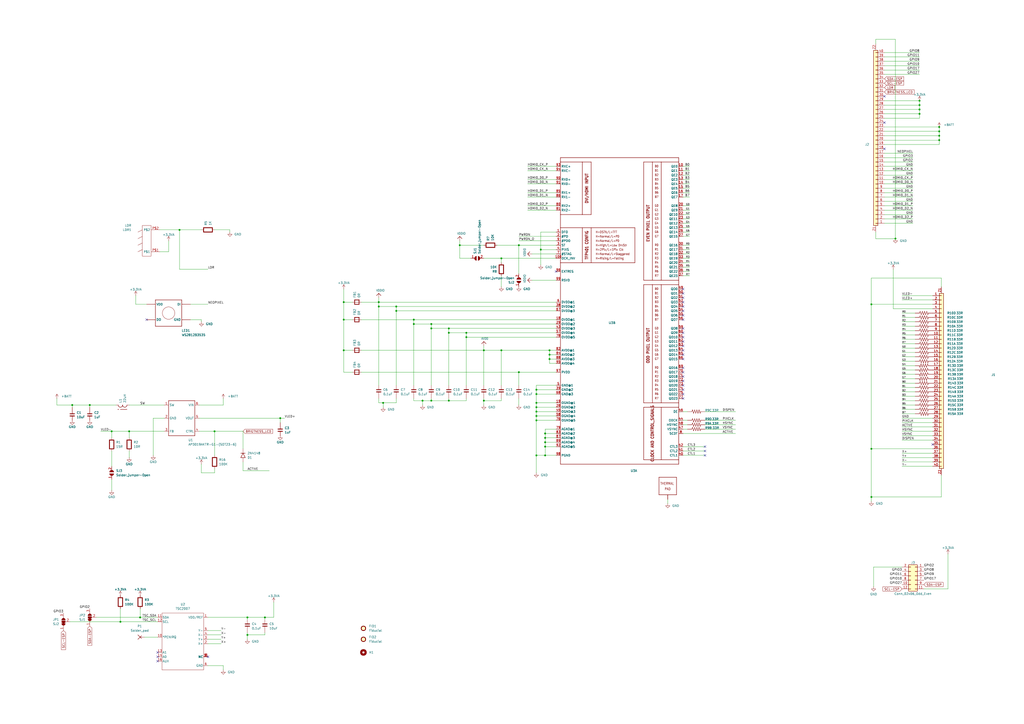
<source format=kicad_sch>
(kicad_sch (version 20250114) (generator "eeschema") (generator_version "9.0")
  (paper "A2")
  (lib_symbols
    (symbol "Connector_Generic:Conn_02x06_Odd_Even" (pin_names (offset 1.016) (hide yes))
      (property "Reference" "J" (at 1.27 7.62 0))
      (property "Value" "Conn_02x06_Odd_Even" (at 1.27 -10.16 0))
      (symbol "Conn_02x06_Odd_Even_1_1"
        (pin passive line (at -5.08 5.08 0) (length 3.81) (name "Pin_1") (number "1"))
        (pin passive line (at -5.08 2.54 0) (length 3.81) (name "Pin_3") (number "3"))
        (pin passive line (at -5.08 0 0) (length 3.81) (name "Pin_5") (number "5"))
        (pin passive line (at -5.08 -2.54 0) (length 3.81) (name "Pin_7") (number "7"))
        (pin passive line (at -5.08 -5.08 0) (length 3.81) (name "Pin_9") (number "9"))
        (pin passive line (at -5.08 -7.62 0) (length 3.81) (name "Pin_11") (number "11"))
        (pin passive line (at 7.62 5.08 180) (length 3.81) (name "Pin_2") (number "2"))
        (pin passive line (at 7.62 2.54 180) (length 3.81) (name "Pin_4") (number "4"))
        (pin passive line (at 7.62 0 180) (length 3.81) (name "Pin_6") (number "6"))
        (pin passive line (at 7.62 -2.54 180) (length 3.81) (name "Pin_8") (number "8"))
        (pin passive line (at 7.62 -5.08 180) (length 3.81) (name "Pin_10") (number "10"))
        (pin passive line (at 7.62 -7.62 180) (length 3.81) (name "Pin_12") (number "12"))
      )
    )
    (symbol "Jumper:SolderJumper_3_Bridged12" (pin_names (offset 0) (hide yes)) (exclude_from_sim yes) (in_bom no)
      (property "Reference" "JP" (at -2.54 -2.54 0))
      (property "Value" "SolderJumper_3_Bridged12" (at 0 2.794 0))
      (symbol "SolderJumper_3_Bridged12_1_1"
        (pin passive line (at -5.08 0 0) (length 2.54) (name "A") (number "1"))
        (pin passive line (at 0 -3.81 90) (length 2.54) (name "C") (number "2"))
        (pin passive line (at 5.08 0 180) (length 2.54) (name "B") (number "3"))
      )
    )
    (symbol "Mechanical:Fiducial" (exclude_from_sim yes) (in_bom no)
      (property "Reference" "FID" (at 0 5.08 0))
      (property "Value" "Fiducial" (at 0 3.175 0))
    )
    (symbol "MutantCybernatics:TFP401-(QFP-100)"
      (property "Reference" "U" (at -34.29 93.98 0))
      (symbol "TFP401-(QFP-100)_1_0"
        (text "DVI/HDMI INPUT" (at -19.05 76.2 900) (effects (font (size 1.6764 1.4249) (thickness 0.285) (bold yes))))
        (text "TFP401 CONFIG" (at -19.05 43.18 900) (effects (font (size 1.6764 1.4249) (thickness 0.285) (bold yes))))
        (text "H=DSTN/L=TFT" (at -13.97 50.8 0) (effects (font (size 1.27 1.0795)) (justify left)))
        (text "H=Normal/L=PD" (at -13.97 48.26 0) (effects (font (size 1.27 1.0795)) (justify left)))
        (text "H=Normal/L=PD" (at -13.97 45.72 0) (effects (font (size 1.27 1.0795)) (justify left)))
        (text "H=High/L=Low DrvStr" (at -13.97 43.18 0) (effects (font (size 1.27 1.0795)) (justify left)))
        (text "H=2Pix/L=1Pix Clk" (at -13.97 40.64 0) (effects (font (size 1.27 1.0795)) (justify left)))
        (text "H=Normal/L=Staggered" (at -13.97 38.1 0) (effects (font (size 1.27 1.0795)) (justify left)))
        (text "H=Rising/L=Falling" (at -13.97 35.56 0) (effects (font (size 1.27 1.0795)) (justify left)))
        (text "EVEN PIXEL OUTPUT" (at 16.51 45.085 900) (effects (font (size 1.6764 1.4249) (thickness 0.285) (bold yes)) (justify left)))
        (text "ODD PIXEL OUTPUT" (at 16.51 -25.4 900) (effects (font (size 1.6764 1.4249) (thickness 0.285) (bold yes)) (justify left)))
        (text "CLOCK AND CONTROL_SIGNALS" (at 19.05 -66.04 900) (effects (font (size 1.6764 1.4249) (thickness 0.285) (bold yes))))
        (text "B0" (at 20.32 88.265 0) (effects (font (size 1.27 1.0795)) (justify left bottom)))
        (text "B1" (at 20.32 85.725 0) (effects (font (size 1.27 1.0795)) (justify left bottom)))
        (text "B2" (at 20.32 83.185 0) (effects (font (size 1.27 1.0795)) (justify left bottom)))
        (text "B3" (at 20.32 80.645 0) (effects (font (size 1.27 1.0795)) (justify left bottom)))
        (text "B4" (at 20.32 78.105 0) (effects (font (size 1.27 1.0795)) (justify left bottom)))
        (text "B5" (at 20.32 75.565 0) (effects (font (size 1.27 1.0795)) (justify left bottom)))
        (text "B6" (at 20.32 73.025 0) (effects (font (size 1.27 1.0795)) (justify left bottom)))
        (text "B7" (at 20.32 70.485 0) (effects (font (size 1.27 1.0795)) (justify left bottom)))
        (text "G0" (at 20.32 65.405 0) (effects (font (size 1.27 1.0795)) (justify left bottom)))
        (text "G1" (at 20.32 62.865 0) (effects (font (size 1.27 1.0795)) (justify left bottom)))
        (text "G2" (at 20.32 60.325 0) (effects (font (size 1.27 1.0795)) (justify left bottom)))
        (text "G3" (at 20.32 57.785 0) (effects (font (size 1.27 1.0795)) (justify left bottom)))
        (text "G4" (at 20.32 55.245 0) (effects (font (size 1.27 1.0795)) (justify left bottom)))
        (text "G5" (at 20.32 52.705 0) (effects (font (size 1.27 1.0795)) (justify left bottom)))
        (text "G6" (at 20.32 50.165 0) (effects (font (size 1.27 1.0795)) (justify left bottom)))
        (text "G7" (at 20.32 47.625 0) (effects (font (size 1.27 1.0795)) (justify left bottom)))
        (text "R0" (at 20.32 42.545 0) (effects (font (size 1.27 1.0795)) (justify left bottom)))
        (text "R1" (at 20.32 40.005 0) (effects (font (size 1.27 1.0795)) (justify left bottom)))
        (text "R2" (at 20.32 37.465 0) (effects (font (size 1.27 1.0795)) (justify left bottom)))
        (text "R3" (at 20.32 34.925 0) (effects (font (size 1.27 1.0795)) (justify left bottom)))
        (text "R4" (at 20.32 32.385 0) (effects (font (size 1.27 1.0795)) (justify left bottom)))
        (text "R5" (at 20.32 29.845 0) (effects (font (size 1.27 1.0795)) (justify left bottom)))
        (text "R6" (at 20.32 27.305 0) (effects (font (size 1.27 1.0795)) (justify left bottom)))
        (text "R7" (at 20.32 24.765 0) (effects (font (size 1.27 1.0795)) (justify left bottom)))
        (text "B0" (at 20.32 17.145 0) (effects (font (size 1.27 1.0795)) (justify left bottom)))
        (text "B1" (at 20.32 14.605 0) (effects (font (size 1.27 1.0795)) (justify left bottom)))
        (text "B2" (at 20.32 12.065 0) (effects (font (size 1.27 1.0795)) (justify left bottom)))
        (text "B3" (at 20.32 9.525 0) (effects (font (size 1.27 1.0795)) (justify left bottom)))
        (text "B4" (at 20.32 6.985 0) (effects (font (size 1.27 1.0795)) (justify left bottom)))
        (text "B5" (at 20.32 4.445 0) (effects (font (size 1.27 1.0795)) (justify left bottom)))
        (text "B6" (at 20.32 1.905 0) (effects (font (size 1.27 1.0795)) (justify left bottom)))
        (text "B7" (at 20.32 -0.635 0) (effects (font (size 1.27 1.0795)) (justify left bottom)))
        (text "G0" (at 20.32 -5.715 0) (effects (font (size 1.27 1.0795)) (justify left bottom)))
        (text "G1" (at 20.32 -8.255 0) (effects (font (size 1.27 1.0795)) (justify left bottom)))
        (text "G2" (at 20.32 -10.795 0) (effects (font (size 1.27 1.0795)) (justify left bottom)))
        (text "G3" (at 20.32 -13.335 0) (effects (font (size 1.27 1.0795)) (justify left bottom)))
        (text "G4" (at 20.32 -15.875 0) (effects (font (size 1.27 1.0795)) (justify left bottom)))
        (text "G5" (at 20.32 -18.415 0) (effects (font (size 1.27 1.0795)) (justify left bottom)))
        (text "G6" (at 20.32 -20.955 0) (effects (font (size 1.27 1.0795)) (justify left bottom)))
        (text "G7" (at 20.32 -23.495 0) (effects (font (size 1.27 1.0795)) (justify left bottom)))
        (text "R0" (at 20.32 -28.575 0) (effects (font (size 1.27 1.0795)) (justify left bottom)))
        (text "R1" (at 20.32 -31.115 0) (effects (font (size 1.27 1.0795)) (justify left bottom)))
        (text "R2" (at 20.32 -33.655 0) (effects (font (size 1.27 1.0795)) (justify left bottom)))
        (text "R3" (at 20.32 -36.195 0) (effects (font (size 1.27 1.0795)) (justify left bottom)))
        (text "R4" (at 20.32 -38.735 0) (effects (font (size 1.27 1.0795)) (justify left bottom)))
        (text "R5" (at 20.32 -41.275 0) (effects (font (size 1.27 1.0795)) (justify left bottom)))
        (text "R6" (at 20.32 -43.815 0) (effects (font (size 1.27 1.0795)) (justify left bottom)))
        (text "R7" (at 20.32 -46.355 0) (effects (font (size 1.27 1.0795)) (justify left bottom)))
        (pin input line (at -36.83 88.9 0) (length 2.54) (name "RXC+") (number "93"))
        (pin input line (at -36.83 86.36 0) (length 2.54) (name "RXC-") (number "94"))
        (pin input line (at -36.83 81.28 0) (length 2.54) (name "RX0+") (number "90"))
        (pin input line (at -36.83 78.74 0) (length 2.54) (name "RX0-") (number "91"))
        (pin input line (at -36.83 73.66 0) (length 2.54) (name "RX1+") (number "85"))
        (pin input line (at -36.83 71.12 0) (length 2.54) (name "RX1-") (number "86"))
        (pin input line (at -36.83 66.04 0) (length 2.54) (name "RX2+") (number "80"))
        (pin input line (at -36.83 63.5 0) (length 2.54) (name "RX2-") (number "81"))
        (pin input line (at -36.83 50.8 0) (length 2.54) (name "DFO") (number "1"))
        (pin input line (at -36.83 48.26 0) (length 2.54) (name "#PD") (number "2"))
        (pin input line (at -36.83 45.72 0) (length 2.54) (name "#PDO") (number "9"))
        (pin input line (at -36.83 43.18 0) (length 2.54) (name "ST") (number "3"))
        (pin input line (at -36.83 40.64 0) (length 2.54) (name "PIXS") (number "4"))
        (pin input line (at -36.83 38.1 0) (length 2.54) (name "#STAG") (number "7"))
        (pin input line (at -36.83 35.56 0) (length 2.54) (name "OCK_INV") (number "100"))
        (pin input line (at -36.83 27.94 0) (length 2.54) (name "EXTRES") (number "96"))
        (pin input line (at -36.83 22.86 0) (length 2.54) (name "RSVD") (number "99"))
        (pin power_in line (at -36.83 10.16 0) (length 2.54) (name "DVDD@1") (number "6"))
        (pin power_in line (at -36.83 7.62 0) (length 2.54) (name "DVDD@2") (number "38"))
        (pin power_in line (at -36.83 5.08 0) (length 2.54) (name "DVDD@3") (number "67"))
        (pin power_in line (at -36.83 0 0) (length 2.54) (name "OVDD@1") (number "18"))
        (pin power_in line (at -36.83 -2.54 0) (length 2.54) (name "OVDD@2") (number "29"))
        (pin power_in line (at -36.83 -5.08 0) (length 2.54) (name "OVDD@3") (number "43"))
        (pin power_in line (at -36.83 -7.62 0) (length 2.54) (name "OVDD@4") (number "57"))
        (pin power_in line (at -36.83 -10.16 0) (length 2.54) (name "OVDD@5") (number "78"))
        (pin power_in line (at -36.83 -17.78 0) (length 2.54) (name "AVDD@1") (number "82"))
        (pin power_in line (at -36.83 -20.32 0) (length 2.54) (name "AVDD@2") (number "84"))
        (pin power_in line (at -36.83 -22.86 0) (length 2.54) (name "AVDD@3") (number "88"))
        (pin power_in line (at -36.83 -25.4 0) (length 2.54) (name "AVDD@4") (number "95"))
        (pin power_in line (at -36.83 -30.48 0) (length 2.54) (name "PVDD") (number "97"))
        (pin power_in line (at -36.83 -38.1 0) (length 2.54) (name "GND@1") (number "5"))
        (pin power_in line (at -36.83 -40.64 0) (length 2.54) (name "GND@2") (number "39"))
        (pin power_in line (at -36.83 -43.18 0) (length 2.54) (name "GND@3") (number "68"))
        (pin power_in line (at -36.83 -48.26 0) (length 2.54) (name "OGND@1") (number "19"))
        (pin power_in line (at -36.83 -50.8 0) (length 2.54) (name "OGND@2") (number "28"))
        (pin power_in line (at -36.83 -53.34 0) (length 2.54) (name "OGND@3") (number "45"))
        (pin power_in line (at -36.83 -55.88 0) (length 2.54) (name "OGND@4") (number "58"))
        (pin power_in line (at -36.83 -58.42 0) (length 2.54) (name "OGND@5") (number "76"))
        (pin power_in line (at -36.83 -63.5 0) (length 2.54) (name "AGND@1") (number "79"))
        (pin power_in line (at -36.83 -66.04 0) (length 2.54) (name "AGND@2") (number "83"))
        (pin power_in line (at -36.83 -68.58 0) (length 2.54) (name "AGND@3") (number "87"))
        (pin power_in line (at -36.83 -71.12 0) (length 2.54) (name "AGND@4") (number "89"))
        (pin power_in line (at -36.83 -73.66 0) (length 2.54) (name "AGND@5") (number "92"))
        (pin power_in line (at -36.83 -78.74 0) (length 2.54) (name "PGND") (number "98"))
        (pin output line (at 36.83 88.9 180) (length 2.54) (name "QE0") (number "10"))
        (pin output line (at 36.83 86.36 180) (length 2.54) (name "QE1") (number "11"))
        (pin output line (at 36.83 83.82 180) (length 2.54) (name "QE2") (number "12"))
        (pin output line (at 36.83 81.28 180) (length 2.54) (name "QE3") (number "13"))
        (pin output line (at 36.83 78.74 180) (length 2.54) (name "QE4") (number "14"))
        (pin output line (at 36.83 76.2 180) (length 2.54) (name "QE5") (number "15"))
        (pin output line (at 36.83 73.66 180) (length 2.54) (name "QE6") (number "16"))
        (pin output line (at 36.83 71.12 180) (length 2.54) (name "QE7") (number "17"))
        (pin output line (at 36.83 66.04 180) (length 2.54) (name "QE8") (number "20"))
        (pin output line (at 36.83 63.5 180) (length 2.54) (name "QE9") (number "21"))
        (pin output line (at 36.83 60.96 180) (length 2.54) (name "QE10") (number "22"))
        (pin output line (at 36.83 58.42 180) (length 2.54) (name "QE11") (number "23"))
        (pin output line (at 36.83 55.88 180) (length 2.54) (name "QE12") (number "24"))
        (pin output line (at 36.83 53.34 180) (length 2.54) (name "QE13") (number "25"))
        (pin output line (at 36.83 50.8 180) (length 2.54) (name "QE14") (number "26"))
        (pin output line (at 36.83 48.26 180) (length 2.54) (name "QE15") (number "27"))
        (pin output line (at 36.83 43.18 180) (length 2.54) (name "QE16") (number "30"))
        (pin output line (at 36.83 40.64 180) (length 2.54) (name "QE17") (number "31"))
        (pin output line (at 36.83 38.1 180) (length 2.54) (name "QE18") (number "32"))
        (pin output line (at 36.83 35.56 180) (length 2.54) (name "QE19") (number "33"))
        (pin output line (at 36.83 33.02 180) (length 2.54) (name "QE20") (number "34"))
        (pin output line (at 36.83 30.48 180) (length 2.54) (name "QE21") (number "35"))
        (pin output line (at 36.83 27.94 180) (length 2.54) (name "QE22") (number "36"))
        (pin output line (at 36.83 25.4 180) (length 2.54) (name "QE23") (number "37"))
        (pin output line (at 36.83 17.78 180) (length 2.54) (name "QO0") (number "49"))
        (pin output line (at 36.83 15.24 180) (length 2.54) (name "QO1") (number "50"))
        (pin output line (at 36.83 12.7 180) (length 2.54) (name "QO2") (number "51"))
        (pin output line (at 36.83 10.16 180) (length 2.54) (name "QO3") (number "52"))
        (pin output line (at 36.83 7.62 180) (length 2.54) (name "QO4") (number "53"))
        (pin output line (at 36.83 5.08 180) (length 2.54) (name "QO5") (number "54"))
        (pin output line (at 36.83 2.54 180) (length 2.54) (name "QO6") (number "55"))
        (pin output line (at 36.83 0 180) (length 2.54) (name "QO7") (number "56"))
        (pin output line (at 36.83 -5.08 180) (length 2.54) (name "QO8") (number "59"))
        (pin output line (at 36.83 -7.62 180) (length 2.54) (name "QO9") (number "60"))
        (pin output line (at 36.83 -10.16 180) (length 2.54) (name "QO10") (number "61"))
        (pin output line (at 36.83 -12.7 180) (length 2.54) (name "QO11") (number "62"))
        (pin output line (at 36.83 -15.24 180) (length 2.54) (name "QO12") (number "63"))
        (pin output line (at 36.83 -17.78 180) (length 2.54) (name "QO13") (number "64"))
        (pin output line (at 36.83 -20.32 180) (length 2.54) (name "QO14") (number "65"))
        (pin output line (at 36.83 -22.86 180) (length 2.54) (name "QO15") (number "66"))
        (pin output line (at 36.83 -27.94 180) (length 2.54) (name "QO16") (number "69"))
        (pin output line (at 36.83 -30.48 180) (length 2.54) (name "QO17") (number "70"))
        (pin output line (at 36.83 -33.02 180) (length 2.54) (name "QO18") (number "71"))
        (pin output line (at 36.83 -35.56 180) (length 2.54) (name "QO19") (number "72"))
        (pin output line (at 36.83 -38.1 180) (length 2.54) (name "QO20") (number "73"))
        (pin output line (at 36.83 -40.64 180) (length 2.54) (name "QO21") (number "74"))
        (pin output line (at 36.83 -43.18 180) (length 2.54) (name "QO22") (number "75"))
        (pin output line (at 36.83 -45.72 180) (length 2.54) (name "QO23") (number "77"))
        (pin output line (at 36.83 -53.34 180) (length 2.54) (name "DE") (number "46"))
        (pin output line (at 36.83 -58.42 180) (length 2.54) (name "ODCK") (number "44"))
        (pin output line (at 36.83 -60.96 180) (length 2.54) (name "HSYNC") (number "48"))
        (pin output line (at 36.83 -63.5 180) (length 2.54) (name "VSYNC") (number "47"))
        (pin output line (at 36.83 -66.04 180) (length 2.54) (name "SCDT") (number "8"))
        (pin output line (at 36.83 -73.66 180) (length 2.54) (name "CTL3") (number "42"))
        (pin output line (at 36.83 -76.2 180) (length 2.54) (name "CTL2") (number "41"))
        (pin output line (at 36.83 -78.74 180) (length 2.54) (name "CTL1") (number "40"))
      )
      (symbol "TFP401-(QFP-100)_2_0"
        (text "THERMAL" (at -4.445 0.635 0) (effects (font (size 1.4224 1.209)) (justify left bottom)))
        (text "PAD" (at -1.905 -2.54 0) (effects (font (size 1.4224 1.209)) (justify left bottom)))
        (pin power_in line (at 0 -7.62 90) (length 2.54) (name "TP") (number "P$1"))
        (pin power_in line (at 0 -7.62 90) (length 2.54) (name "TP") (number "P$10"))
        (pin power_in line (at 0 -7.62 90) (length 2.54) (name "TP") (number "P$11"))
        (pin power_in line (at 0 -7.62 90) (length 2.54) (name "TP") (number "P$12"))
        (pin power_in line (at 0 -7.62 90) (length 2.54) (name "TP") (number "P$13"))
        (pin power_in line (at 0 -7.62 90) (length 2.54) (name "TP") (number "P$14"))
        (pin power_in line (at 0 -7.62 90) (length 2.54) (name "TP") (number "P$15"))
        (pin power_in line (at 0 -7.62 90) (length 2.54) (name "TP") (number "P$16"))
        (pin power_in line (at 0 -7.62 90) (length 2.54) (name "TP") (number "P$2"))
        (pin power_in line (at 0 -7.62 90) (length 2.54) (name "TP") (number "P$3"))
        (pin power_in line (at 0 -7.62 90) (length 2.54) (name "TP") (number "P$4"))
        (pin power_in line (at 0 -7.62 90) (length 2.54) (name "TP") (number "P$5"))
        (pin power_in line (at 0 -7.62 90) (length 2.54) (name "TP") (number "P$6"))
        (pin power_in line (at 0 -7.62 90) (length 2.54) (name "TP") (number "P$7"))
        (pin power_in line (at 0 -7.62 90) (length 2.54) (name "TP") (number "P$8"))
        (pin power_in line (at 0 -7.62 90) (length 2.54) (name "TP") (number "P$9"))
        (pin power_in line (at 0 -7.62 90) (length 2.54) (name "TP") (number "T"))
      )
    )
    (symbol "display_hdmi v19-eagle-import:AVDD" (power)
      (property "Value" "AVDD" (at -1.524 1.016 0))
      (symbol "AVDD_1_0"
        (pin power_in line (at 0 -2.54 90) (length 2.54) (name "AVDD") (number "1"))
      )
    )
    (symbol "display_hdmi v19-eagle-import:VDDIO" (power)
      (property "Value" "VDDIO" (at -1.524 1.016 0))
      (symbol "VDDIO_1_0"
        (pin power_in line (at 0 -2.54 90) (length 2.54) (name "VDDIO") (number "1"))
      )
    )
    (symbol "mutantCybernetics:AP3019AKTR-G1-(SOT23-6)"
      (property "Reference" "U" (at 3.81 -12.7 0))
      (property "Value" "AP3019AKTR-G1-(SOT23-6)" (at 3.81 -15.24 0))
      (property "Footprint" "mutantCybernetics:SOT-23-6" (at 3.81 -17.78 0))
      (symbol "AP3019AKTR-G1-(SOT23-6)_1_0"
        (pin bidirectional line (at -10.16 7.62 0) (length 2.54) (name "SW") (number "1"))
        (pin bidirectional line (at -10.16 0 0) (length 2.54) (name "GND") (number "2"))
        (pin bidirectional line (at -10.16 -7.62 0) (length 2.54) (name "FB") (number "3"))
        (pin bidirectional line (at 10.16 7.62 180) (length 2.54) (name "VIN") (number "6"))
        (pin bidirectional line (at 10.16 0 180) (length 2.54) (name "VOUT") (number "5"))
        (pin bidirectional line (at 10.16 -7.62 180) (length 2.54) (name "CTRL") (number "4"))
      )
    )
    (symbol "mutantCybernetics:Capasitor"
      (property "Reference" "C" (at 2.54 1.27 0))
      (property "Value" "Capasitor" (at 2.54 -1.27 0))
      (symbol "Capasitor_1_0"
        (pin passive line (at 0 3.81 270) (length 2.54) (name "1") (number "1"))
        (pin passive line (at 0 -3.81 90) (length 3.81) (name "2") (number "2"))
      )
    )
    (symbol "mutantCybernetics:Diode"
      (property "Reference" "D" (at 2.54 -1.27 0))
      (property "Value" "Diode" (at 2.54 1.27 0))
      (symbol "Diode_1_0"
        (pin passive line (at 0 3.81 270) (length 2.54) (name "C") (number "C"))
        (pin passive line (at 0 -3.81 90) (length 2.54) (name "A") (number "A"))
      )
    )
    (symbol "mutantCybernetics:FPC-40" (pin_names (offset 1.016) (hide yes))
      (property "Reference" "J" (at 3.81 2.54 0))
      (symbol "FPC-40_1_1"
        (pin passive line (at -5.08 48.26 0) (length 3.81) (name "Pin_1") (number "1"))
        (pin passive line (at -5.08 45.72 0) (length 3.81) (name "Pin_2") (number "2"))
        (pin passive line (at -5.08 43.18 0) (length 3.81) (name "Pin_3") (number "3"))
        (pin passive line (at -5.08 40.64 0) (length 3.81) (name "Pin_4") (number "4"))
        (pin passive line (at -5.08 38.1 0) (length 3.81) (name "Pin_5") (number "5"))
        (pin passive line (at -5.08 35.56 0) (length 3.81) (name "Pin_6") (number "6"))
        (pin passive line (at -5.08 33.02 0) (length 3.81) (name "Pin_7") (number "7"))
        (pin passive line (at -5.08 30.48 0) (length 3.81) (name "Pin_8") (number "8"))
        (pin passive line (at -5.08 27.94 0) (length 3.81) (name "Pin_9") (number "9"))
        (pin passive line (at -5.08 25.4 0) (length 3.81) (name "Pin_10") (number "10"))
        (pin passive line (at -5.08 22.86 0) (length 3.81) (name "Pin_11") (number "11"))
        (pin passive line (at -5.08 20.32 0) (length 3.81) (name "Pin_12") (number "12"))
        (pin passive line (at -5.08 17.78 0) (length 3.81) (name "Pin_13") (number "13"))
        (pin passive line (at -5.08 15.24 0) (length 3.81) (name "Pin_14") (number "14"))
        (pin passive line (at -5.08 12.7 0) (length 3.81) (name "Pin_15") (number "15"))
        (pin passive line (at -5.08 10.16 0) (length 3.81) (name "Pin_16") (number "16"))
        (pin passive line (at -5.08 7.62 0) (length 3.81) (name "Pin_17") (number "17"))
        (pin passive line (at -5.08 5.08 0) (length 3.81) (name "Pin_18") (number "18"))
        (pin passive line (at -5.08 2.54 0) (length 3.81) (name "Pin_19") (number "19"))
        (pin passive line (at -5.08 0 0) (length 3.81) (name "Pin_20") (number "20"))
        (pin passive line (at -5.08 -2.54 0) (length 3.81) (name "Pin_21") (number "21"))
        (pin passive line (at -5.08 -5.08 0) (length 3.81) (name "Pin_22") (number "22"))
        (pin passive line (at -5.08 -7.62 0) (length 3.81) (name "Pin_23") (number "23"))
        (pin passive line (at -5.08 -10.16 0) (length 3.81) (name "Pin_24") (number "24"))
        (pin passive line (at -5.08 -12.7 0) (length 3.81) (name "Pin_25") (number "25"))
        (pin passive line (at -5.08 -15.24 0) (length 3.81) (name "Pin_26") (number "26"))
        (pin passive line (at -5.08 -17.78 0) (length 3.81) (name "Pin_27") (number "27"))
        (pin passive line (at -5.08 -20.32 0) (length 3.81) (name "Pin_28") (number "28"))
        (pin passive line (at -5.08 -22.86 0) (length 3.81) (name "Pin_29") (number "29"))
        (pin passive line (at -5.08 -25.4 0) (length 3.81) (name "Pin_30") (number "30"))
        (pin passive line (at -5.08 -27.94 0) (length 3.81) (name "Pin_31") (number "31"))
        (pin passive line (at -5.08 -30.48 0) (length 3.81) (name "Pin_32") (number "32"))
        (pin passive line (at -5.08 -33.02 0) (length 3.81) (name "Pin_33") (number "33"))
        (pin passive line (at -5.08 -35.56 0) (length 3.81) (name "Pin_34") (number "34"))
        (pin passive line (at -5.08 -38.1 0) (length 3.81) (name "Pin_35") (number "35"))
        (pin passive line (at -5.08 -40.64 0) (length 3.81) (name "Pin_36") (number "36"))
        (pin passive line (at -5.08 -43.18 0) (length 3.81) (name "Pin_37") (number "37"))
        (pin passive line (at -5.08 -45.72 0) (length 3.81) (name "Pin_38") (number "38"))
        (pin passive line (at -5.08 -48.26 0) (length 3.81) (name "Pin_39") (number "39"))
        (pin passive line (at -5.08 -50.8 0) (length 3.81) (name "Pin_40") (number "40"))
        (pin passive line (at 0 53.34 270) (length 3.81) (name "Z1") (number "Z1"))
        (pin passive line (at 0 -55.88 90) (length 3.81) (name "Z2") (number "Z2"))
      )
    )
    (symbol "mutantCybernetics:Ferrite"
      (property "Reference" "L" (at 2.54 1.27 0))
      (property "Value" "Ferrite" (at 2.54 -1.27 0))
      (symbol "Ferrite_1_0"
        (pin passive line (at 0 2.54 270) (length 2.54) (name "2") (number "2"))
        (pin passive line (at 0 -2.54 90) (length 2.54) (name "1") (number "1"))
      )
    )
    (symbol "mutantCybernetics:Inductor"
      (property "Reference" "L" (at 1.27 1.27 0))
      (property "Value" "Inductor" (at 1.27 -1.27 0))
      (symbol "Inductor_1_0"
        (pin passive line (at 0 3.81 270) (length 1.27) (name "1") (number "1"))
        (pin passive line (at 0 -3.81 90) (length 1.27) (name "2") (number "2"))
      )
    )
    (symbol "mutantCybernetics:LDR"
      (property "Reference" "U" (at 8.89 -6.35 0))
      (property "Value" "LDR" (at 8.89 -8.89 0))
      (symbol "LDR_1_0"
        (pin bidirectional line (at -7.62 6.35 0) (length 5.08) (name "P$1") (number "P$1"))
        (pin bidirectional line (at -7.62 -6.35 0) (length 5.08) (name "P$2") (number "P$2"))
      )
    )
    (symbol "mutantCybernetics:MountingHole" (pin_numbers (hide yes)) (pin_names (offset 1.016) (hide yes))
      (property "Reference" "H" (at 3.81 0 0))
    )
    (symbol "mutantCybernetics:Resistor"
      (property "Reference" "R" (at 2.54 1.27 0))
      (property "Value" "Resistor" (at 2.54 -1.27 0))
      (symbol "Resistor_1_0"
        (pin passive line (at 0 3.81 270) (length 1.27) (name "1") (number "1"))
        (pin passive line (at 0 -3.81 90) (length 1.27) (name "2") (number "2"))
      )
    )
    (symbol "mutantCybernetics:Resistor-Packx4"
      (property "Reference" "R" (at 7.62 -3.81 0))
      (property "Value" "Resistor-Packx4" (at 7.62 -6.35 0))
      (symbol "Resistor-Packx4_1_0"
        (pin passive line (at -5.08 0 0) (length 2.54) (name "1") (number "1"))
        (pin passive line (at 5.08 0 180) (length 2.54) (name "2") (number "8"))
      )
      (symbol "Resistor-Packx4_2_0"
        (pin passive line (at -5.08 0 0) (length 2.54) (name "1") (number "2"))
        (pin passive line (at 5.08 0 180) (length 2.54) (name "2") (number "7"))
      )
      (symbol "Resistor-Packx4_3_0"
        (pin passive line (at -5.08 0 0) (length 2.54) (name "1") (number "3"))
        (pin passive line (at 5.08 0 180) (length 2.54) (name "2") (number "6"))
      )
      (symbol "Resistor-Packx4_4_0"
        (pin passive line (at -5.08 0 0) (length 2.54) (name "1") (number "4"))
        (pin passive line (at 5.08 0 180) (length 2.54) (name "2") (number "5"))
      )
    )
    (symbol "mutantCybernetics:Solder_jumper-Open" (in_bom no)
      (property "Reference" "P" (at 2.54 1.27 0))
      (property "Value" "Solder_Jumper-Open" (at 2.54 -1.27 0))
      (symbol "Solder_jumper-Open_1_0"
        (pin passive line (at 0 3.81 270) (length 2.54) (name "1") (number "1"))
        (pin passive line (at 0 -3.81 90) (length 2.54) (name "2") (number "2"))
      )
    )
    (symbol "mutantCybernetics:Solder_pad" (in_bom no)
      (property "Reference" "P" (at 2.54 1.27 0))
      (property "Value" "Solder_pad" (at 2.54 -1.27 0))
      (symbol "Solder_pad_1_0"
        (pin passive line (at -2.54 0 0) (length 2.54) (name "P") (number "1"))
      )
    )
    (symbol "mutantCybernetics:TFP401-(QFP-100)"
      (property "Reference" "U" (at 6.35 -87.63 0))
      (symbol "TFP401-(QFP-100)_1_0"
        (text "DVI/HDMI INPUT" (at -19.05 76.2 900) (effects (font (size 1.6764 1.4249) (thickness 0.285) (bold yes))))
        (text "TFP401 CONFIG" (at -19.05 43.18 900) (effects (font (size 1.6764 1.4249) (thickness 0.285) (bold yes))))
        (text "H=DSTN/L=TFT" (at -13.97 50.8 0) (effects (font (size 1.27 1.0795)) (justify left)))
        (text "H=Normal/L=PD" (at -13.97 48.26 0) (effects (font (size 1.27 1.0795)) (justify left)))
        (text "H=Normal/L=PD" (at -13.97 45.72 0) (effects (font (size 1.27 1.0795)) (justify left)))
        (text "H=High/L=Low DrvStr" (at -13.97 43.18 0) (effects (font (size 1.27 1.0795)) (justify left)))
        (text "H=2Pix/L=1Pix Clk" (at -13.97 40.64 0) (effects (font (size 1.27 1.0795)) (justify left)))
        (text "H=Normal/L=Staggered" (at -13.97 38.1 0) (effects (font (size 1.27 1.0795)) (justify left)))
        (text "H=Rising/L=Falling" (at -13.97 35.56 0) (effects (font (size 1.27 1.0795)) (justify left)))
        (text "EVEN PIXEL OUTPUT" (at 16.51 45.085 900) (effects (font (size 1.6764 1.4249) (thickness 0.285) (bold yes)) (justify left)))
        (text "ODD PIXEL OUTPUT" (at 16.51 -25.4 900) (effects (font (size 1.6764 1.4249) (thickness 0.285) (bold yes)) (justify left)))
        (text "CLOCK AND CONTROL_SIGNALS" (at 19.05 -66.04 900) (effects (font (size 1.6764 1.4249) (thickness 0.285) (bold yes))))
        (text "B0" (at 20.32 88.265 0) (effects (font (size 1.27 1.0795)) (justify left bottom)))
        (text "B1" (at 20.32 85.725 0) (effects (font (size 1.27 1.0795)) (justify left bottom)))
        (text "B2" (at 20.32 83.185 0) (effects (font (size 1.27 1.0795)) (justify left bottom)))
        (text "B3" (at 20.32 80.645 0) (effects (font (size 1.27 1.0795)) (justify left bottom)))
        (text "B4" (at 20.32 78.105 0) (effects (font (size 1.27 1.0795)) (justify left bottom)))
        (text "B5" (at 20.32 75.565 0) (effects (font (size 1.27 1.0795)) (justify left bottom)))
        (text "B6" (at 20.32 73.025 0) (effects (font (size 1.27 1.0795)) (justify left bottom)))
        (text "B7" (at 20.32 70.485 0) (effects (font (size 1.27 1.0795)) (justify left bottom)))
        (text "G0" (at 20.32 65.405 0) (effects (font (size 1.27 1.0795)) (justify left bottom)))
        (text "G1" (at 20.32 62.865 0) (effects (font (size 1.27 1.0795)) (justify left bottom)))
        (text "G2" (at 20.32 60.325 0) (effects (font (size 1.27 1.0795)) (justify left bottom)))
        (text "G3" (at 20.32 57.785 0) (effects (font (size 1.27 1.0795)) (justify left bottom)))
        (text "G4" (at 20.32 55.245 0) (effects (font (size 1.27 1.0795)) (justify left bottom)))
        (text "G5" (at 20.32 52.705 0) (effects (font (size 1.27 1.0795)) (justify left bottom)))
        (text "G6" (at 20.32 50.165 0) (effects (font (size 1.27 1.0795)) (justify left bottom)))
        (text "G7" (at 20.32 47.625 0) (effects (font (size 1.27 1.0795)) (justify left bottom)))
        (text "R0" (at 20.32 42.545 0) (effects (font (size 1.27 1.0795)) (justify left bottom)))
        (text "R1" (at 20.32 40.005 0) (effects (font (size 1.27 1.0795)) (justify left bottom)))
        (text "R2" (at 20.32 37.465 0) (effects (font (size 1.27 1.0795)) (justify left bottom)))
        (text "R3" (at 20.32 34.925 0) (effects (font (size 1.27 1.0795)) (justify left bottom)))
        (text "R4" (at 20.32 32.385 0) (effects (font (size 1.27 1.0795)) (justify left bottom)))
        (text "R5" (at 20.32 29.845 0) (effects (font (size 1.27 1.0795)) (justify left bottom)))
        (text "R6" (at 20.32 27.305 0) (effects (font (size 1.27 1.0795)) (justify left bottom)))
        (text "R7" (at 20.32 24.765 0) (effects (font (size 1.27 1.0795)) (justify left bottom)))
        (text "B0" (at 20.32 17.145 0) (effects (font (size 1.27 1.0795)) (justify left bottom)))
        (text "B1" (at 20.32 14.605 0) (effects (font (size 1.27 1.0795)) (justify left bottom)))
        (text "B2" (at 20.32 12.065 0) (effects (font (size 1.27 1.0795)) (justify left bottom)))
        (text "B3" (at 20.32 9.525 0) (effects (font (size 1.27 1.0795)) (justify left bottom)))
        (text "B4" (at 20.32 6.985 0) (effects (font (size 1.27 1.0795)) (justify left bottom)))
        (text "B5" (at 20.32 4.445 0) (effects (font (size 1.27 1.0795)) (justify left bottom)))
        (text "B6" (at 20.32 1.905 0) (effects (font (size 1.27 1.0795)) (justify left bottom)))
        (text "B7" (at 20.32 -0.635 0) (effects (font (size 1.27 1.0795)) (justify left bottom)))
        (text "G0" (at 20.32 -5.715 0) (effects (font (size 1.27 1.0795)) (justify left bottom)))
        (text "G1" (at 20.32 -8.255 0) (effects (font (size 1.27 1.0795)) (justify left bottom)))
        (text "G2" (at 20.32 -10.795 0) (effects (font (size 1.27 1.0795)) (justify left bottom)))
        (text "G3" (at 20.32 -13.335 0) (effects (font (size 1.27 1.0795)) (justify left bottom)))
        (text "G4" (at 20.32 -15.875 0) (effects (font (size 1.27 1.0795)) (justify left bottom)))
        (text "G5" (at 20.32 -18.415 0) (effects (font (size 1.27 1.0795)) (justify left bottom)))
        (text "G6" (at 20.32 -20.955 0) (effects (font (size 1.27 1.0795)) (justify left bottom)))
        (text "G7" (at 20.32 -23.495 0) (effects (font (size 1.27 1.0795)) (justify left bottom)))
        (text "R0" (at 20.32 -28.575 0) (effects (font (size 1.27 1.0795)) (justify left bottom)))
        (text "R1" (at 20.32 -31.115 0) (effects (font (size 1.27 1.0795)) (justify left bottom)))
        (text "R2" (at 20.32 -33.655 0) (effects (font (size 1.27 1.0795)) (justify left bottom)))
        (text "R3" (at 20.32 -36.195 0) (effects (font (size 1.27 1.0795)) (justify left bottom)))
        (text "R4" (at 20.32 -38.735 0) (effects (font (size 1.27 1.0795)) (justify left bottom)))
        (text "R5" (at 20.32 -41.275 0) (effects (font (size 1.27 1.0795)) (justify left bottom)))
        (text "R6" (at 20.32 -43.815 0) (effects (font (size 1.27 1.0795)) (justify left bottom)))
        (text "R7" (at 20.32 -46.355 0) (effects (font (size 1.27 1.0795)) (justify left bottom)))
        (pin input line (at -36.83 88.9 0) (length 2.54) (name "RXC+") (number "93"))
        (pin input line (at -36.83 86.36 0) (length 2.54) (name "RXC-") (number "94"))
        (pin input line (at -36.83 81.28 0) (length 2.54) (name "RX0+") (number "90"))
        (pin input line (at -36.83 78.74 0) (length 2.54) (name "RX0-") (number "91"))
        (pin input line (at -36.83 73.66 0) (length 2.54) (name "RX1+") (number "85"))
        (pin input line (at -36.83 71.12 0) (length 2.54) (name "RX1-") (number "86"))
        (pin input line (at -36.83 66.04 0) (length 2.54) (name "RX2+") (number "80"))
        (pin input line (at -36.83 63.5 0) (length 2.54) (name "RX2-") (number "81"))
        (pin input line (at -36.83 50.8 0) (length 2.54) (name "DFO") (number "1"))
        (pin input line (at -36.83 48.26 0) (length 2.54) (name "#PD") (number "2"))
        (pin input line (at -36.83 45.72 0) (length 2.54) (name "#PDO") (number "9"))
        (pin input line (at -36.83 43.18 0) (length 2.54) (name "ST") (number "3"))
        (pin input line (at -36.83 40.64 0) (length 2.54) (name "PIXS") (number "4"))
        (pin input line (at -36.83 38.1 0) (length 2.54) (name "#STAG") (number "7"))
        (pin input line (at -36.83 35.56 0) (length 2.54) (name "OCK_INV") (number "100"))
        (pin input line (at -36.83 27.94 0) (length 2.54) (name "EXTRES") (number "96"))
        (pin input line (at -36.83 22.86 0) (length 2.54) (name "RSVD") (number "99"))
        (pin power_in line (at -36.83 10.16 0) (length 2.54) (name "DVDD@1") (number "6"))
        (pin power_in line (at -36.83 7.62 0) (length 2.54) (name "DVDD@2") (number "38"))
        (pin power_in line (at -36.83 5.08 0) (length 2.54) (name "DVDD@3") (number "67"))
        (pin power_in line (at -36.83 0 0) (length 2.54) (name "OVDD@1") (number "18"))
        (pin power_in line (at -36.83 -2.54 0) (length 2.54) (name "OVDD@2") (number "29"))
        (pin power_in line (at -36.83 -5.08 0) (length 2.54) (name "OVDD@3") (number "43"))
        (pin power_in line (at -36.83 -7.62 0) (length 2.54) (name "OVDD@4") (number "57"))
        (pin power_in line (at -36.83 -10.16 0) (length 2.54) (name "OVDD@5") (number "78"))
        (pin power_in line (at -36.83 -17.78 0) (length 2.54) (name "AVDD@1") (number "82"))
        (pin power_in line (at -36.83 -20.32 0) (length 2.54) (name "AVDD@2") (number "84"))
        (pin power_in line (at -36.83 -22.86 0) (length 2.54) (name "AVDD@3") (number "88"))
        (pin power_in line (at -36.83 -25.4 0) (length 2.54) (name "AVDD@4") (number "95"))
        (pin power_in line (at -36.83 -30.48 0) (length 2.54) (name "PVDD") (number "97"))
        (pin power_in line (at -36.83 -38.1 0) (length 2.54) (name "GND@1") (number "5"))
        (pin power_in line (at -36.83 -40.64 0) (length 2.54) (name "GND@2") (number "39"))
        (pin power_in line (at -36.83 -43.18 0) (length 2.54) (name "GND@3") (number "68"))
        (pin power_in line (at -36.83 -48.26 0) (length 2.54) (name "OGND@1") (number "19"))
        (pin power_in line (at -36.83 -50.8 0) (length 2.54) (name "OGND@2") (number "28"))
        (pin power_in line (at -36.83 -53.34 0) (length 2.54) (name "OGND@3") (number "45"))
        (pin power_in line (at -36.83 -55.88 0) (length 2.54) (name "OGND@4") (number "58"))
        (pin power_in line (at -36.83 -58.42 0) (length 2.54) (name "OGND@5") (number "76"))
        (pin power_in line (at -36.83 -63.5 0) (length 2.54) (name "AGND@1") (number "79"))
        (pin power_in line (at -36.83 -66.04 0) (length 2.54) (name "AGND@2") (number "83"))
        (pin power_in line (at -36.83 -68.58 0) (length 2.54) (name "AGND@3") (number "87"))
        (pin power_in line (at -36.83 -71.12 0) (length 2.54) (name "AGND@4") (number "89"))
        (pin power_in line (at -36.83 -73.66 0) (length 2.54) (name "AGND@5") (number "92"))
        (pin power_in line (at -36.83 -78.74 0) (length 2.54) (name "PGND") (number "98"))
        (pin output line (at 36.83 88.9 180) (length 2.54) (name "QE0") (number "10"))
        (pin output line (at 36.83 86.36 180) (length 2.54) (name "QE1") (number "11"))
        (pin output line (at 36.83 83.82 180) (length 2.54) (name "QE2") (number "12"))
        (pin output line (at 36.83 81.28 180) (length 2.54) (name "QE3") (number "13"))
        (pin output line (at 36.83 78.74 180) (length 2.54) (name "QE4") (number "14"))
        (pin output line (at 36.83 76.2 180) (length 2.54) (name "QE5") (number "15"))
        (pin output line (at 36.83 73.66 180) (length 2.54) (name "QE6") (number "16"))
        (pin output line (at 36.83 71.12 180) (length 2.54) (name "QE7") (number "17"))
        (pin output line (at 36.83 66.04 180) (length 2.54) (name "QE8") (number "20"))
        (pin output line (at 36.83 63.5 180) (length 2.54) (name "QE9") (number "21"))
        (pin output line (at 36.83 60.96 180) (length 2.54) (name "QE10") (number "22"))
        (pin output line (at 36.83 58.42 180) (length 2.54) (name "QE11") (number "23"))
        (pin output line (at 36.83 55.88 180) (length 2.54) (name "QE12") (number "24"))
        (pin output line (at 36.83 53.34 180) (length 2.54) (name "QE13") (number "25"))
        (pin output line (at 36.83 50.8 180) (length 2.54) (name "QE14") (number "26"))
        (pin output line (at 36.83 48.26 180) (length 2.54) (name "QE15") (number "27"))
        (pin output line (at 36.83 43.18 180) (length 2.54) (name "QE16") (number "30"))
        (pin output line (at 36.83 40.64 180) (length 2.54) (name "QE17") (number "31"))
        (pin output line (at 36.83 38.1 180) (length 2.54) (name "QE18") (number "32"))
        (pin output line (at 36.83 35.56 180) (length 2.54) (name "QE19") (number "33"))
        (pin output line (at 36.83 33.02 180) (length 2.54) (name "QE20") (number "34"))
        (pin output line (at 36.83 30.48 180) (length 2.54) (name "QE21") (number "35"))
        (pin output line (at 36.83 27.94 180) (length 2.54) (name "QE22") (number "36"))
        (pin output line (at 36.83 25.4 180) (length 2.54) (name "QE23") (number "37"))
        (pin output line (at 36.83 17.78 180) (length 2.54) (name "QO0") (number "49"))
        (pin output line (at 36.83 15.24 180) (length 2.54) (name "QO1") (number "50"))
        (pin output line (at 36.83 12.7 180) (length 2.54) (name "QO2") (number "51"))
        (pin output line (at 36.83 10.16 180) (length 2.54) (name "QO3") (number "52"))
        (pin output line (at 36.83 7.62 180) (length 2.54) (name "QO4") (number "53"))
        (pin output line (at 36.83 5.08 180) (length 2.54) (name "QO5") (number "54"))
        (pin output line (at 36.83 2.54 180) (length 2.54) (name "QO6") (number "55"))
        (pin output line (at 36.83 0 180) (length 2.54) (name "QO7") (number "56"))
        (pin output line (at 36.83 -5.08 180) (length 2.54) (name "QO8") (number "59"))
        (pin output line (at 36.83 -7.62 180) (length 2.54) (name "QO9") (number "60"))
        (pin output line (at 36.83 -10.16 180) (length 2.54) (name "QO10") (number "61"))
        (pin output line (at 36.83 -12.7 180) (length 2.54) (name "QO11") (number "62"))
        (pin output line (at 36.83 -15.24 180) (length 2.54) (name "QO12") (number "63"))
        (pin output line (at 36.83 -17.78 180) (length 2.54) (name "QO13") (number "64"))
        (pin output line (at 36.83 -20.32 180) (length 2.54) (name "QO14") (number "65"))
        (pin output line (at 36.83 -22.86 180) (length 2.54) (name "QO15") (number "66"))
        (pin output line (at 36.83 -27.94 180) (length 2.54) (name "QO16") (number "69"))
        (pin output line (at 36.83 -30.48 180) (length 2.54) (name "QO17") (number "70"))
        (pin output line (at 36.83 -33.02 180) (length 2.54) (name "QO18") (number "71"))
        (pin output line (at 36.83 -35.56 180) (length 2.54) (name "QO19") (number "72"))
        (pin output line (at 36.83 -38.1 180) (length 2.54) (name "QO20") (number "73"))
        (pin output line (at 36.83 -40.64 180) (length 2.54) (name "QO21") (number "74"))
        (pin output line (at 36.83 -43.18 180) (length 2.54) (name "QO22") (number "75"))
        (pin output line (at 36.83 -45.72 180) (length 2.54) (name "QO23") (number "77"))
        (pin output line (at 36.83 -53.34 180) (length 2.54) (name "DE") (number "46"))
        (pin output line (at 36.83 -58.42 180) (length 2.54) (name "ODCK") (number "44"))
        (pin output line (at 36.83 -60.96 180) (length 2.54) (name "HSYNC") (number "48"))
        (pin output line (at 36.83 -63.5 180) (length 2.54) (name "VSYNC") (number "47"))
        (pin output line (at 36.83 -66.04 180) (length 2.54) (name "SCDT") (number "8"))
        (pin output line (at 36.83 -73.66 180) (length 2.54) (name "CTL3") (number "42"))
        (pin output line (at 36.83 -76.2 180) (length 2.54) (name "CTL2") (number "41"))
        (pin output line (at 36.83 -78.74 180) (length 2.54) (name "CTL1") (number "40"))
      )
      (symbol "TFP401-(QFP-100)_2_0"
        (text "THERMAL" (at -4.445 0.635 0) (effects (font (size 1.4224 1.209)) (justify left bottom)))
        (text "PAD" (at -1.905 -2.54 0) (effects (font (size 1.4224 1.209)) (justify left bottom)))
        (pin power_in line (at 0 -7.62 90) (length 2.54) (name "TP") (number "P$1"))
        (pin power_in line (at 0 -7.62 90) (length 2.54) (name "TP") (number "P$10"))
        (pin power_in line (at 0 -7.62 90) (length 2.54) (name "TP") (number "P$11"))
        (pin power_in line (at 0 -7.62 90) (length 2.54) (name "TP") (number "P$12"))
        (pin power_in line (at 0 -7.62 90) (length 2.54) (name "TP") (number "P$13"))
        (pin power_in line (at 0 -7.62 90) (length 2.54) (name "TP") (number "P$14"))
        (pin power_in line (at 0 -7.62 90) (length 2.54) (name "TP") (number "P$15"))
        (pin power_in line (at 0 -7.62 90) (length 2.54) (name "TP") (number "P$16"))
        (pin power_in line (at 0 -7.62 90) (length 2.54) (name "TP") (number "P$2"))
        (pin power_in line (at 0 -7.62 90) (length 2.54) (name "TP") (number "P$3"))
        (pin power_in line (at 0 -7.62 90) (length 2.54) (name "TP") (number "P$4"))
        (pin power_in line (at 0 -7.62 90) (length 2.54) (name "TP") (number "P$5"))
        (pin power_in line (at 0 -7.62 90) (length 2.54) (name "TP") (number "P$6"))
        (pin power_in line (at 0 -7.62 90) (length 2.54) (name "TP") (number "P$7"))
        (pin power_in line (at 0 -7.62 90) (length 2.54) (name "TP") (number "P$8"))
        (pin power_in line (at 0 -7.62 90) (length 2.54) (name "TP") (number "P$9"))
        (pin power_in line (at 0 -7.62 90) (length 2.54) (name "TP") (number "T"))
      )
    )
    (symbol "mutantCybernetics:TSC2007" (pin_names (offset 0.254))
      (property "Reference" "U" (at 7.62 -20.574 0))
      (property "Value" "TSC2007" (at 7.874 -23.114 0))
      (symbol "TSC2007_0_1"
        (pin bidirectional line (at -13.97 13.97 0) (length 2.54) (name "SDA") (number "11"))
        (pin bidirectional line (at -13.97 11.43 0) (length 2.54) (name "SCL") (number "12"))
        (pin output line (at -13.97 2.54 0) (length 2.54) (name "*PENIRQ") (number "10"))
        (pin input line (at -13.97 -6.35 0) (length 2.54) (name "A1") (number "13"))
        (pin input line (at -13.97 -8.89 0) (length 2.54) (name "A0") (number "14"))
        (pin power_in line (at 15.24 13.97 180) (length 2.54) (name "VDD/REF") (number "1"))
        (pin input line (at 15.24 6.35 180) (length 2.54) (name "Y-") (number "5"))
        (pin input line (at 15.24 3.81 180) (length 2.54) (name "X-") (number "4"))
        (pin input line (at 15.24 1.27 180) (length 2.54) (name "Y+") (number "3"))
        (pin input line (at 15.24 -1.27 180) (length 2.54) (name "X+") (number "2"))
        (pin unspecified line (at 15.24 -8.89 180) (length 2.54) (name "NC") (number "15"))
        (pin unspecified line (at 15.24 -8.89 180) (length 2.54) (name "NC") (number "7"))
        (pin unspecified line (at 15.24 -8.89 180) (length 2.54) (name "NC") (number "8"))
        (pin unspecified line (at 15.24 -8.89 180) (length 2.54) (name "NC") (number "9"))
        (pin power_in line (at 15.24 -13.97 180) (length 2.54) (name "GND") (number "6"))
      )
      (symbol "TSC2007_1_1"
        (pin input line (at -13.97 -11.43 0) (length 2.54) (name "AUX") (number "16"))
      )
    )
    (symbol "mutantCybernetics:WS2812B3535"
      (property "Reference" "U" (at 7.62 -10.16 0))
      (property "Value" "WS2812B3535" (at 7.62 -12.7 0))
      (symbol "WS2812B3535_1_0"
        (pin power_in line (at -12.7 5.08 0) (length 5.08) (name "VDD") (number "3"))
        (pin output line (at -12.7 -3.81 0) (length 5.08) (name "DO") (number "4"))
        (pin input line (at 12.7 5.08 180) (length 5.08) (name "DI") (number "2"))
        (pin power_in line (at 12.7 -3.81 180) (length 5.08) (name "GND") (number "1"))
      )
    )
    (symbol "power:+3.3VA" (power) (pin_numbers (hide yes)) (pin_names (offset 0) (hide yes))
      (property "Value" "+3.3VA" (at 0 3.556 0))
      (symbol "+3.3VA_1_1"
        (pin power_in line (at 0 0 90) (length 0) (name "~") (number "1"))
      )
    )
    (symbol "power:+BATT" (power) (pin_numbers (hide yes)) (pin_names (offset 0) (hide yes))
      (property "Value" "+BATT" (at 0 3.556 0))
      (symbol "+BATT_1_1"
        (pin power_in line (at 0 0 90) (length 0) (name "~") (number "1"))
      )
    )
    (symbol "power:GND" (power) (pin_numbers (hide yes)) (pin_names (offset 0) (hide yes))
      (property "Value" "GND" (at 0 -3.81 0))
      (symbol "GND_1_1"
        (pin power_in line (at 0 0 270) (length 0) (name "~") (number "1"))
      )
    )
  )
  (junction (at 316.23 259.08))
  (junction (at 266.7 142.24))
  (junction (at 229.87 180.34))
  (junction (at 143.51 358.14))
  (junction (at 533.4 60.96))
  (junction (at 316.23 251.46))
  (junction (at 69.85 360.68))
  (junction (at 240.03 185.42))
  (junction (at 222.25 233.68))
  (junction (at 229.87 177.8))
  (junction (at 199.39 185.42))
  (junction (at 533.4 66.04))
  (junction (at 41.91 234.95))
  (junction (at 300.99 215.9))
  (junction (at 316.23 256.54))
  (junction (at 544.83 73.66))
  (junction (at 290.83 203.2))
  (junction (at 311.15 238.76))
  (junction (at 318.77 205.74))
  (junction (at 153.67 358.14))
  (junction (at 52.07 234.95))
  (junction (at 316.23 264.16))
  (junction (at 219.71 175.26))
  (junction (at 300.99 142.24))
  (junction (at 544.83 76.2))
  (junction (at 280.67 203.2))
  (junction (at 199.39 175.26))
  (junction (at 311.15 236.22))
  (junction (at 104.14 133.35))
  (junction (at 219.71 177.8))
  (junction (at 533.4 63.5))
  (junction (at 260.35 193.04))
  (junction (at 311.15 264.16))
  (junction (at 250.19 187.96))
  (junction (at 311.15 228.6))
  (junction (at 311.15 233.68))
  (junction (at 505.46 288.29))
  (junction (at 81.28 358.14))
  (junction (at 313.69 144.78))
  (junction (at 250.19 232.41))
  (junction (at 311.15 243.84))
  (junction (at 64.77 250.19))
  (junction (at 505.46 260.35))
  (junction (at 124.46 250.19))
  (junction (at 318.77 203.2))
  (junction (at 74.93 250.19))
  (junction (at 270.51 195.58))
  (junction (at 199.39 203.2))
  (junction (at 162.56 242.57))
  (junction (at 260.35 190.5))
  (junction (at 311.15 226.06))
  (junction (at 311.15 241.3))
  (junction (at 260.35 232.41))
  (junction (at 290.83 149.86))
  (junction (at 544.83 78.74))
  (junction (at 143.51 368.3))
  (junction (at 318.77 208.28))
  (junction (at 280.67 232.41))
  (junction (at 270.51 193.04))
  (junction (at 533.4 58.42))
  (junction (at 245.11 232.41))
  (junction (at 544.83 81.28))
  (junction (at 240.03 187.96))
  (junction (at 519.43 138.43))
  (junction (at 316.23 254))
  (junction (at 250.19 190.5))
  (junction (at 505.46 176.53))
  (no_connect (at 396.24 190.5))
  (no_connect (at 396.24 172.72))
  (no_connect (at 408.94 259.08))
  (no_connect (at 396.24 228.6))
  (no_connect (at 120.65 381))
  (no_connect (at 396.24 226.06))
  (no_connect (at 396.24 213.36))
  (no_connect (at 396.24 205.74))
  (no_connect (at 396.24 185.42))
  (no_connect (at 396.24 167.64))
  (no_connect (at 396.24 195.58))
  (no_connect (at 396.24 215.9))
  (no_connect (at 513.08 86.36))
  (no_connect (at 396.24 203.2))
  (no_connect (at 396.24 198.12))
  (no_connect (at 396.24 193.04))
  (no_connect (at 396.24 182.88))
  (no_connect (at 322.58 157.48))
  (no_connect (at 91.44 378.46))
  (no_connect (at 396.24 170.18))
  (no_connect (at 91.44 381))
  (no_connect (at 396.24 175.26))
  (no_connect (at 396.24 218.44))
  (no_connect (at 396.24 180.34))
  (no_connect (at 396.24 208.28))
  (no_connect (at 396.24 231.14))
  (no_connect (at 396.24 177.8))
  (no_connect (at 85.09 185.42))
  (no_connect (at 396.24 223.52))
  (no_connect (at 91.44 383.54))
  (no_connect (at 408.94 264.16))
  (no_connect (at 541.02 257.81))
  (no_connect (at 396.24 200.66))
  (no_connect (at 408.94 261.62))
  (no_connect (at 396.24 220.98))
  (no_connect (at 513.08 55.88))
  (no_connect (at 513.08 71.12))
  (wire (pts (xy 400.05 119.38) (xy 396.24 119.38)))
  (wire (pts (xy 544.83 78.74) (xy 544.83 76.2)))
  (wire (pts (xy 549.91 341.63) (xy 535.94 341.63)))
  (wire (pts (xy 513.08 109.22) (xy 529.59 109.22)))
  (wire (pts (xy 523.24 270.51) (xy 541.02 270.51)))
  (wire (pts (xy 523.24 227.33) (xy 530.86 227.33)))
  (wire (pts (xy 153.67 367.03) (xy 153.67 368.3)))
  (wire (pts (xy 529.59 114.3) (xy 513.08 114.3)))
  (wire (pts (xy 396.24 248.92) (xy 398.78 248.92)))
  (wire (pts (xy 400.05 149.86) (xy 396.24 149.86)))
  (wire (pts (xy 300.99 231.14) (xy 300.99 234.95)))
  (wire (pts (xy 306.07 96.52) (xy 322.58 96.52)))
  (wire (pts (xy 533.4 63.5) (xy 513.08 63.5)))
  (wire (pts (xy 219.71 177.8) (xy 219.71 223.52)))
  (wire (pts (xy 104.14 156.21) (xy 104.14 133.35)))
  (wire (pts (xy 311.15 226.06) (xy 311.15 228.6)))
  (wire (pts (xy 400.05 111.76) (xy 396.24 111.76)))
  (wire (pts (xy 400.05 96.52) (xy 396.24 96.52)))
  (wire (pts (xy 523.24 240.03) (xy 530.86 240.03)))
  (wire (pts (xy 240.03 232.41) (xy 245.11 232.41)))
  (wire (pts (xy 408.94 246.38) (xy 426.72 246.38)))
  (wire (pts (xy 508 134.62) (xy 508 138.43)))
  (wire (pts (xy 523.24 214.63) (xy 530.86 214.63)))
  (wire (pts (xy 229.87 180.34) (xy 229.87 177.8)))
  (wire (pts (xy 400.05 104.14) (xy 396.24 104.14)))
  (wire (pts (xy 97.79 139.7) (xy 97.79 146.05)))
  (wire (pts (xy 505.46 176.53) (xy 541.02 176.53)))
  (wire (pts (xy 513.08 91.44) (xy 529.59 91.44)))
  (wire (pts (xy 505.46 176.53) (xy 505.46 260.35)))
  (wire (pts (xy 316.23 256.54) (xy 316.23 259.08)))
  (wire (pts (xy 523.24 186.69) (xy 530.86 186.69)))
  (wire (pts (xy 306.07 119.38) (xy 322.58 119.38)))
  (wire (pts (xy 322.58 241.3) (xy 311.15 241.3)))
  (wire (pts (xy 69.85 353.06) (xy 69.85 360.68)))
  (wire (pts (xy 322.58 190.5) (xy 260.35 190.5)))
  (wire (pts (xy 523.24 219.71) (xy 530.86 219.71)))
  (wire (pts (xy 322.58 226.06) (xy 311.15 226.06)))
  (wire (pts (xy 322.58 256.54) (xy 316.23 256.54)))
  (wire (pts (xy 506.73 328.93) (xy 506.73 340.36)))
  (wire (pts (xy 280.67 203.2) (xy 290.83 203.2)))
  (wire (pts (xy 322.58 203.2) (xy 318.77 203.2)))
  (wire (pts (xy 245.11 232.41) (xy 245.11 234.95)))
  (wire (pts (xy 300.99 215.9) (xy 300.99 223.52)))
  (wire (pts (xy 400.05 134.62) (xy 396.24 134.62)))
  (wire (pts (xy 81.28 358.14) (xy 81.28 353.06)))
  (wire (pts (xy 523.24 189.23) (xy 530.86 189.23)))
  (wire (pts (xy 204.47 215.9) (xy 199.39 215.9)))
  (wire (pts (xy 322.58 248.92) (xy 316.23 248.92)))
  (wire (pts (xy 300.99 137.16) (xy 322.58 137.16)))
  (wire (pts (xy 240.03 231.14) (xy 240.03 232.41)))
  (wire (pts (xy 260.35 193.04) (xy 260.35 190.5)))
  (wire (pts (xy 280.67 232.41) (xy 280.67 234.95)))
  (wire (pts (xy 529.59 119.38) (xy 513.08 119.38)))
  (wire (pts (xy 523.24 267.97) (xy 541.02 267.97)))
  (wire (pts (xy 513.08 83.82) (xy 544.83 83.82)))
  (wire (pts (xy 523.24 184.15) (xy 530.86 184.15)))
  (wire (pts (xy 533.4 60.96) (xy 513.08 60.96)))
  (wire (pts (xy 311.15 264.16) (xy 316.23 264.16)))
  (wire (pts (xy 322.58 228.6) (xy 311.15 228.6)))
  (wire (pts (xy 523.24 262.89) (xy 541.02 262.89)))
  (wire (pts (xy 523.24 212.09) (xy 530.86 212.09)))
  (wire (pts (xy 523.24 207.01) (xy 530.86 207.01)))
  (wire (pts (xy 322.58 177.8) (xy 229.87 177.8)))
  (wire (pts (xy 316.23 259.08) (xy 316.23 264.16)))
  (wire (pts (xy 541.02 252.73) (xy 523.24 252.73)))
  (wire (pts (xy 523.24 201.93) (xy 530.86 201.93)))
  (wire (pts (xy 120.65 365.76) (xy 128.27 365.76)))
  (wire (pts (xy 533.4 66.04) (xy 513.08 66.04)))
  (wire (pts (xy 316.23 248.92) (xy 316.23 251.46)))
  (wire (pts (xy 513.08 81.28) (xy 544.83 81.28)))
  (wire (pts (xy 316.23 254) (xy 316.23 256.54)))
  (wire (pts (xy 143.51 367.03) (xy 143.51 368.3)))
  (wire (pts (xy 120.65 358.14) (xy 143.51 358.14)))
  (wire (pts (xy 508 138.43) (xy 519.43 138.43)))
  (wire (pts (xy 513.08 33.02) (xy 533.4 33.02)))
  (wire (pts (xy 266.7 149.86) (xy 266.7 142.24)))
  (wire (pts (xy 41.91 236.22) (xy 41.91 234.95)))
  (wire (pts (xy 523.24 194.31) (xy 530.86 194.31)))
  (wire (pts (xy 523.24 237.49) (xy 530.86 237.49)))
  (wire (pts (xy 529.59 127) (xy 513.08 127)))
  (wire (pts (xy 546.1 161.29) (xy 505.46 161.29)))
  (wire (pts (xy 219.71 231.14) (xy 219.71 233.68)))
  (wire (pts (xy 115.57 242.57) (xy 162.56 242.57)))
  (wire (pts (xy 400.05 101.6) (xy 396.24 101.6)))
  (wire (pts (xy 529.59 99.06) (xy 513.08 99.06)))
  (wire (pts (xy 290.83 231.14) (xy 290.83 232.41)))
  (wire (pts (xy 229.87 180.34) (xy 229.87 223.52)))
  (wire (pts (xy 250.19 190.5) (xy 260.35 190.5)))
  (wire (pts (xy 124.46 250.19) (xy 124.46 264.16)))
  (wire (pts (xy 400.05 99.06) (xy 396.24 99.06)))
  (wire (pts (xy 513.08 116.84) (xy 529.59 116.84)))
  (wire (pts (xy 219.71 172.72) (xy 219.71 175.26)))
  (wire (pts (xy 318.77 205.74) (xy 318.77 203.2)))
  (wire (pts (xy 322.58 236.22) (xy 311.15 236.22)))
  (wire (pts (xy 199.39 185.42) (xy 199.39 175.26)))
  (wire (pts (xy 400.05 152.4) (xy 396.24 152.4)))
  (wire (pts (xy 280.67 231.14) (xy 280.67 232.41)))
  (wire (pts (xy 124.46 274.32) (xy 124.46 271.78)))
  (wire (pts (xy 116.84 269.24) (xy 116.84 274.32)))
  (wire (pts (xy 513.08 35.56) (xy 533.4 35.56)))
  (wire (pts (xy 311.15 223.52) (xy 311.15 226.06)))
  (wire (pts (xy 387.35 289.56) (xy 387.35 292.1)))
  (wire (pts (xy 199.39 203.2) (xy 199.39 185.42)))
  (wire (pts (xy 116.84 186.69) (xy 116.84 185.42)))
  (wire (pts (xy 400.05 147.32) (xy 396.24 147.32)))
  (wire (pts (xy 124.46 250.19) (xy 140.97 250.19)))
  (wire (pts (xy 513.08 38.1) (xy 533.4 38.1)))
  (wire (pts (xy 280.67 149.86) (xy 290.83 149.86)))
  (wire (pts (xy 544.83 81.28) (xy 544.83 83.82)))
  (wire (pts (xy 311.15 233.68) (xy 311.15 236.22)))
  (wire (pts (xy 162.56 242.57) (xy 162.56 245.11)))
  (wire (pts (xy 120.65 370.84) (xy 128.27 370.84)))
  (wire (pts (xy 400.05 114.3) (xy 396.24 114.3)))
  (wire (pts (xy 541.02 247.65) (xy 523.24 247.65)))
  (wire (pts (xy 523.24 173.99) (xy 541.02 173.99)))
  (wire (pts (xy 513.08 93.98) (xy 529.59 93.98)))
  (wire (pts (xy 519.43 22.86) (xy 519.43 138.43)))
  (wire (pts (xy 64.77 250.19) (xy 74.93 250.19)))
  (wire (pts (xy 153.67 368.3) (xy 143.51 368.3)))
  (wire (pts (xy 322.58 175.26) (xy 219.71 175.26)))
  (wire (pts (xy 322.58 259.08) (xy 316.23 259.08)))
  (wire (pts (xy 52.07 236.22) (xy 52.07 234.95)))
  (wire (pts (xy 523.24 196.85) (xy 530.86 196.85)))
  (wire (pts (xy 140.97 273.05) (xy 156.21 273.05)))
  (wire (pts (xy 280.67 203.2) (xy 280.67 200.66)))
  (wire (pts (xy 69.85 360.68) (xy 91.44 360.68)))
  (wire (pts (xy 280.67 142.24) (xy 266.7 142.24)))
  (wire (pts (xy 505.46 260.35) (xy 541.02 260.35)))
  (wire (pts (xy 523.24 217.17) (xy 530.86 217.17)))
  (wire (pts (xy 400.05 157.48) (xy 396.24 157.48)))
  (wire (pts (xy 408.94 238.76) (xy 426.72 238.76)))
  (wire (pts (xy 313.69 144.78) (xy 313.69 153.67)))
  (wire (pts (xy 64.77 254) (xy 64.77 250.19)))
  (wire (pts (xy 396.24 261.62) (xy 408.94 261.62)))
  (wire (pts (xy 133.35 134.62) (xy 133.35 133.35)))
  (wire (pts (xy 250.19 232.41) (xy 260.35 232.41)))
  (wire (pts (xy 322.58 193.04) (xy 270.51 193.04)))
  (wire (pts (xy 204.47 203.2) (xy 199.39 203.2)))
  (wire (pts (xy 124.46 274.32) (xy 116.84 274.32)))
  (wire (pts (xy 116.84 185.42) (xy 110.49 185.42)))
  (wire (pts (xy 322.58 205.74) (xy 318.77 205.74)))
  (wire (pts (xy 396.24 243.84) (xy 398.78 243.84)))
  (wire (pts (xy 513.08 76.2) (xy 544.83 76.2)))
  (wire (pts (xy 300.99 139.7) (xy 322.58 139.7)))
  (wire (pts (xy 533.4 68.58) (xy 513.08 68.58)))
  (wire (pts (xy 513.08 129.54) (xy 529.59 129.54)))
  (wire (pts (xy 306.07 114.3) (xy 322.58 114.3)))
  (wire (pts (xy 505.46 161.29) (xy 505.46 176.53)))
  (wire (pts (xy 541.02 245.11) (xy 523.24 245.11)))
  (wire (pts (xy 40.64 360.68) (xy 69.85 360.68)))
  (wire (pts (xy 288.29 142.24) (xy 300.99 142.24)))
  (wire (pts (xy 199.39 215.9) (xy 199.39 203.2)))
  (wire (pts (xy 322.58 243.84) (xy 311.15 243.84)))
  (wire (pts (xy 240.03 187.96) (xy 240.03 185.42)))
  (wire (pts (xy 311.15 243.84) (xy 311.15 264.16)))
  (wire (pts (xy 322.58 149.86) (xy 290.83 149.86)))
  (wire (pts (xy 322.58 254) (xy 316.23 254)))
  (wire (pts (xy 115.57 250.19) (xy 124.46 250.19)))
  (wire (pts (xy 58.42 250.19) (xy 64.77 250.19)))
  (wire (pts (xy 229.87 180.34) (xy 322.58 180.34)))
  (wire (pts (xy 55.88 358.14) (xy 81.28 358.14)))
  (wire (pts (xy 250.19 190.5) (xy 250.19 223.52)))
  (wire (pts (xy 306.07 111.76) (xy 322.58 111.76)))
  (wire (pts (xy 83.82 369.57) (xy 91.44 369.57)))
  (wire (pts (xy 229.87 177.8) (xy 219.71 177.8)))
  (wire (pts (xy 322.58 162.56) (xy 308.61 162.56)))
  (wire (pts (xy 311.15 238.76) (xy 311.15 241.3)))
  (wire (pts (xy 158.75 358.14) (xy 158.75 349.25)))
  (wire (pts (xy 513.08 43.18) (xy 533.4 43.18)))
  (wire (pts (xy 508 25.4) (xy 508 22.86)))
  (wire (pts (xy 523.24 199.39) (xy 530.86 199.39)))
  (wire (pts (xy 523.24 222.25) (xy 530.86 222.25)))
  (wire (pts (xy 260.35 193.04) (xy 260.35 223.52)))
  (wire (pts (xy 110.49 176.53) (xy 120.65 176.53)))
  (wire (pts (xy 250.19 231.14) (xy 250.19 232.41)))
  (wire (pts (xy 318.77 208.28) (xy 318.77 205.74)))
  (wire (pts (xy 523.24 209.55) (xy 530.86 209.55)))
  (wire (pts (xy 229.87 231.14) (xy 229.87 233.68)))
  (wire (pts (xy 313.69 144.78) (xy 322.58 144.78)))
  (wire (pts (xy 541.02 242.57) (xy 523.24 242.57)))
  (wire (pts (xy 546.1 275.59) (xy 546.1 288.29)))
  (wire (pts (xy 88.9 264.16) (xy 88.9 242.57)))
  (wire (pts (xy 400.05 127) (xy 396.24 127)))
  (wire (pts (xy 400.05 124.46) (xy 396.24 124.46)))
  (wire (pts (xy 318.77 203.2) (xy 290.83 203.2)))
  (wire (pts (xy 250.19 187.96) (xy 322.58 187.96)))
  (wire (pts (xy 544.83 78.74) (xy 544.83 81.28)))
  (wire (pts (xy 143.51 358.14) (xy 143.51 359.41)))
  (wire (pts (xy 316.23 251.46) (xy 316.23 254)))
  (wire (pts (xy 513.08 73.66) (xy 544.83 73.66)))
  (wire (pts (xy 306.07 104.14) (xy 322.58 104.14)))
  (wire (pts (xy 523.24 171.45) (xy 541.02 171.45)))
  (wire (pts (xy 67.31 234.95) (xy 52.07 234.95)))
  (wire (pts (xy 518.16 179.07) (xy 518.16 156.21)))
  (wire (pts (xy 266.7 142.24) (xy 266.7 139.7)))
  (wire (pts (xy 300.99 215.9) (xy 209.55 215.9)))
  (wire (pts (xy 549.91 321.31) (xy 549.91 341.63)))
  (wire (pts (xy 143.51 368.3) (xy 143.51 370.84)))
  (wire (pts (xy 260.35 231.14) (xy 260.35 232.41)))
  (wire (pts (xy 74.93 234.95) (xy 95.25 234.95)))
  (wire (pts (xy 505.46 288.29) (xy 505.46 290.83)))
  (wire (pts (xy 396.24 259.08) (xy 408.94 259.08)))
  (wire (pts (xy 162.56 242.57) (xy 165.1 242.57)))
  (wire (pts (xy 513.08 88.9) (xy 529.59 88.9)))
  (wire (pts (xy 270.51 195.58) (xy 270.51 223.52)))
  (wire (pts (xy 240.03 185.42) (xy 322.58 185.42)))
  (wire (pts (xy 506.73 328.93) (xy 523.24 328.93)))
  (wire (pts (xy 64.77 261.62) (xy 64.77 270.51)))
  (wire (pts (xy 523.24 232.41) (xy 530.86 232.41)))
  (wire (pts (xy 120.65 373.38) (xy 128.27 373.38)))
  (wire (pts (xy 92.71 133.35) (xy 104.14 133.35)))
  (wire (pts (xy 533.4 60.96) (xy 533.4 63.5)))
  (wire (pts (xy 199.39 167.64) (xy 199.39 175.26)))
  (wire (pts (xy 533.4 63.5) (xy 533.4 66.04)))
  (wire (pts (xy 97.79 146.05) (xy 92.71 146.05)))
  (wire (pts (xy 396.24 251.46) (xy 426.72 251.46)))
  (wire (pts (xy 529.59 111.76) (xy 513.08 111.76)))
  (wire (pts (xy 546.1 161.29) (xy 546.1 166.37)))
  (wire (pts (xy 290.83 166.37) (xy 290.83 160.02)))
  (wire (pts (xy 306.07 99.06) (xy 322.58 99.06)))
  (wire (pts (xy 290.83 152.4) (xy 290.83 149.86)))
  (wire (pts (xy 311.15 236.22) (xy 311.15 238.76)))
  (wire (pts (xy 115.57 234.95) (xy 129.54 234.95)))
  (wire (pts (xy 541.02 255.27) (xy 523.24 255.27)))
  (wire (pts (xy 240.03 187.96) (xy 250.19 187.96)))
  (wire (pts (xy 400.05 106.68) (xy 396.24 106.68)))
  (wire (pts (xy 219.71 177.8) (xy 219.71 175.26)))
  (wire (pts (xy 311.15 241.3) (xy 311.15 243.84)))
  (wire (pts (xy 64.77 278.13) (xy 64.77 284.48)))
  (wire (pts (xy 78.74 176.53) (xy 85.09 176.53)))
  (wire (pts (xy 523.24 224.79) (xy 530.86 224.79)))
  (wire (pts (xy 74.93 261.62) (xy 74.93 265.43)))
  (wire (pts (xy 523.24 234.95) (xy 530.86 234.95)))
  (wire (pts (xy 533.4 58.42) (xy 533.4 60.96)))
  (wire (pts (xy 273.05 149.86) (xy 266.7 149.86)))
  (wire (pts (xy 513.08 96.52) (xy 529.59 96.52)))
  (wire (pts (xy 260.35 193.04) (xy 270.51 193.04)))
  (wire (pts (xy 322.58 208.28) (xy 318.77 208.28)))
  (wire (pts (xy 505.46 288.29) (xy 546.1 288.29)))
  (wire (pts (xy 513.08 30.48) (xy 533.4 30.48)))
  (wire (pts (xy 523.24 181.61) (xy 530.86 181.61)))
  (wire (pts (xy 400.05 137.16) (xy 396.24 137.16)))
  (wire (pts (xy 313.69 134.62) (xy 313.69 144.78)))
  (wire (pts (xy 219.71 233.68) (xy 222.25 233.68)))
  (wire (pts (xy 250.19 190.5) (xy 250.19 187.96)))
  (wire (pts (xy 204.47 175.26) (xy 199.39 175.26)))
  (wire (pts (xy 513.08 40.64) (xy 533.4 40.64)))
  (wire (pts (xy 513.08 124.46) (xy 529.59 124.46)))
  (wire (pts (xy 541.02 250.19) (xy 523.24 250.19)))
  (wire (pts (xy 400.05 142.24) (xy 396.24 142.24)))
  (wire (pts (xy 400.05 154.94) (xy 396.24 154.94)))
  (wire (pts (xy 52.07 234.95) (xy 41.91 234.95)))
  (wire (pts (xy 322.58 251.46) (xy 316.23 251.46)))
  (wire (pts (xy 322.58 238.76) (xy 311.15 238.76)))
  (wire (pts (xy 280.67 223.52) (xy 280.67 203.2)))
  (wire (pts (xy 529.59 106.68) (xy 513.08 106.68)))
  (wire (pts (xy 153.67 359.41) (xy 153.67 358.14)))
  (wire (pts (xy 270.51 231.14) (xy 270.51 232.41)))
  (wire (pts (xy 508 22.86) (xy 519.43 22.86)))
  (wire (pts (xy 140.97 267.97) (xy 140.97 273.05)))
  (wire (pts (xy 533.4 66.04) (xy 533.4 68.58)))
  (wire (pts (xy 140.97 250.19) (xy 140.97 260.35)))
  (wire (pts (xy 306.07 106.68) (xy 322.58 106.68)))
  (wire (pts (xy 322.58 195.58) (xy 270.51 195.58)))
  (wire (pts (xy 81.28 358.14) (xy 91.44 358.14)))
  (wire (pts (xy 311.15 228.6) (xy 311.15 233.68)))
  (wire (pts (xy 300.99 142.24) (xy 300.99 158.75)))
  (wire (pts (xy 518.16 179.07) (xy 541.02 179.07)))
  (wire (pts (xy 204.47 185.42) (xy 199.39 185.42)))
  (wire (pts (xy 523.24 229.87) (xy 530.86 229.87)))
  (wire (pts (xy 280.67 203.2) (xy 209.55 203.2)))
  (wire (pts (xy 529.59 104.14) (xy 513.08 104.14)))
  (wire (pts (xy 318.77 210.82) (xy 318.77 208.28)))
  (wire (pts (xy 33.02 234.95) (xy 33.02 231.14)))
  (wire (pts (xy 400.05 121.92) (xy 396.24 121.92)))
  (wire (pts (xy 120.65 156.21) (xy 104.14 156.21)))
  (wire (pts (xy 290.83 232.41) (xy 280.67 232.41)))
  (wire (pts (xy 88.9 242.57) (xy 95.25 242.57)))
  (wire (pts (xy 270.51 195.58) (xy 270.51 193.04)))
  (wire (pts (xy 222.25 233.68) (xy 222.25 236.22)))
  (wire (pts (xy 400.05 160.02) (xy 396.24 160.02)))
  (wire (pts (xy 133.35 133.35) (xy 124.46 133.35)))
  (wire (pts (xy 229.87 233.68) (xy 222.25 233.68)))
  (wire (pts (xy 270.51 232.41) (xy 260.35 232.41)))
  (wire (pts (xy 240.03 185.42) (xy 209.55 185.42)))
  (wire (pts (xy 120.65 368.3) (xy 128.27 368.3)))
  (wire (pts (xy 120.65 386.08) (xy 129.54 386.08)))
  (wire (pts (xy 104.14 133.35) (xy 116.84 133.35)))
  (wire (pts (xy 78.74 176.53) (xy 78.74 171.45)))
  (wire (pts (xy 400.05 144.78) (xy 396.24 144.78)))
  (wire (pts (xy 143.51 358.14) (xy 153.67 358.14)))
  (wire (pts (xy 74.93 250.19) (xy 74.93 254)))
  (wire (pts (xy 322.58 223.52) (xy 311.15 223.52)))
  (wire (pts (xy 400.05 129.54) (xy 396.24 129.54)))
  (wire (pts (xy 290.83 223.52) (xy 290.83 203.2)))
  (wire (pts (xy 523.24 191.77) (xy 530.86 191.77)))
  (wire (pts (xy 313.69 134.62) (xy 322.58 134.62)))
  (wire (pts (xy 396.24 238.76) (xy 398.78 238.76)))
  (wire (pts (xy 396.24 264.16) (xy 408.94 264.16)))
  (wire (pts (xy 240.03 187.96) (xy 240.03 223.52)))
  (wire (pts (xy 41.91 234.95) (xy 33.02 234.95)))
  (wire (pts (xy 300.99 142.24) (xy 322.58 142.24)))
  (wire (pts (xy 529.59 121.92) (xy 513.08 121.92)))
  (wire (pts (xy 400.05 109.22) (xy 396.24 109.22)))
  (wire (pts (xy 513.08 101.6) (xy 529.59 101.6)))
  (wire (pts (xy 408.94 243.84) (xy 426.72 243.84)))
  (wire (pts (xy 219.71 175.26) (xy 209.55 175.26)))
  (wire (pts (xy 322.58 233.68) (xy 311.15 233.68)))
  (wire (pts (xy 400.05 132.08) (xy 396.24 132.08)))
  (wire (pts (xy 300.99 215.9) (xy 322.58 215.9)))
  (wire (pts (xy 322.58 210.82) (xy 318.77 210.82)))
  (wire (pts (xy 158.75 358.14) (xy 153.67 358.14)))
  (wire (pts (xy 129.54 234.95) (xy 129.54 231.14)))
  (wire (pts (xy 408.94 248.92) (xy 426.72 248.92)))
  (wire (pts (xy 396.24 246.38) (xy 398.78 246.38)))
  (wire (pts (xy 316.23 264.16) (xy 322.58 264.16)))
  (wire (pts (xy 513.08 78.74) (xy 544.83 78.74)))
  (wire (pts (xy 523.24 265.43) (xy 541.02 265.43)))
  (wire (pts (xy 250.19 232.41) (xy 245.11 232.41)))
  (wire (pts (xy 311.15 264.16) (xy 311.15 274.32)))
  (wire (pts (xy 322.58 147.32) (xy 308.61 147.32)))
  (wire (pts (xy 523.24 204.47) (xy 530.86 204.47)))
  (wire (pts (xy 505.46 260.35) (xy 505.46 288.29)))
  (wire (pts (xy 306.07 121.92) (xy 322.58 121.92)))
  (wire (pts (xy 544.83 76.2) (xy 544.83 73.66)))
  (wire (pts (xy 533.4 58.42) (xy 513.08 58.42)))
  (wire (pts (xy 129.54 386.08) (xy 129.54 388.62)))
  (wire (pts (xy 74.93 250.19) (xy 95.25 250.19)))
  (label "HDMI0_D2_N" (at 306.07 121.92 0))
  (label "G2" (at 523.24 207.01 0) (effects (font (size 1.016 1.016))))
  (label "HDMI0_D1_N" (at 306.07 114.3 0))
  (label "Y-" (at 523.24 270.51 0) (effects (font (size 1.2446 1.2446))))
  (label "R1" (at 400.05 144.78 180) (effects (font (size 1.016 1.016))))
  (label "GPIO2" (at 529.59 93.98 180))
  (label "G1" (at 523.24 204.47 0) (effects (font (size 1.016 1.016))))
  (label "HDMI0_D2_P" (at 306.07 119.38 0))
  (label "GND" (at 529.59 124.46 180) (effects (font (size 1.2446 1.2446))))
  (label "B3" (at 523.24 229.87 0) (effects (font (size 1.016 1.016))))
  (label "HDMI0_CK_P" (at 306.07 96.52 0))
  (label "R4" (at 400.05 152.4 180) (effects (font (size 1.016 1.016))))
  (label "CTL2" (at 398.78 261.62 0) (effects (font (size 1.2446 1.2446))))
  (label "GND" (at 529.59 116.84 180) (effects (font (size 1.2446 1.2446))))
  (label "HDMI0_D2_N" (at 529.59 121.92 180))
  (label "GND" (at 529.59 109.22 180) (effects (font (size 1.2446 1.2446))))
  (label "HDMI0_D0_P" (at 306.07 104.14 0))
  (label "B5" (at 400.05 109.22 180))
  (label "GPIO9" (at 533.4 35.56 180))
  (label "CTL1" (at 398.78 264.16 0) (effects (font (size 1.2446 1.2446))))
  (label "B2" (at 400.05 101.6 180))
  (label "GPIO9" (at 535.94 334.01 0))
  (label "B0" (at 523.24 222.25 0) (effects (font (size 1.016 1.016))))
  (label "PWRDN_O" (at 300.99 139.7 0) (effects (font (size 1.2446 1.2446))))
  (label "ACTIVE" (at 419.1 251.46 0) (effects (font (size 1.2446 1.2446))))
  (label "HDMI0_CK_P" (at 529.59 104.14 180))
  (label "GPIO2" (at 535.94 328.93 0))
  (label "R3" (at 523.24 189.23 0) (effects (font (size 1.016 1.016))))
  (label "R7" (at 523.24 199.39 0) (effects (font (size 1.016 1.016))))
  (label "GPIO2" (at 52.07 353.06 180))
  (label "R0" (at 523.24 181.61 0) (effects (font (size 1.016 1.016))))
  (label "B4" (at 523.24 232.41 0) (effects (font (size 1.016 1.016))))
  (label "G6" (at 400.05 134.62 180) (effects (font (size 1.016 1.016))))
  (label "R0" (at 400.05 142.24 180) (effects (font (size 1.016 1.016))))
  (label "GPIO17" (at 535.94 336.55 0))
  (label "GPIO3" (at 529.59 91.44 180))
  (label "HDMI0_D2_P" (at 529.59 127 180))
  (label "B6" (at 400.05 111.76 180))
  (label "G7" (at 400.05 137.16 180) (effects (font (size 1.016 1.016))))
  (label "R6" (at 523.24 196.85 0) (effects (font (size 1.016 1.016))))
  (label "DISPEN" (at 523.24 255.27 0) (effects (font (size 1.2446 1.2446))))
  (label "GND" (at 529.59 129.54 180) (effects (font (size 1.2446 1.2446))))
  (label "PIXCLK" (at 523.24 245.11 0) (effects (font (size 1.2446 1.2446))))
  (label "B6" (at 523.24 237.49 0) (effects (font (size 1.016 1.016))))
  (label "R1" (at 523.24 184.15 0) (effects (font (size 1.016 1.016))))
  (label "X-" (at 523.24 267.97 0) (effects (font (size 1.2446 1.2446))))
  (label "HDMI0_D0_P" (at 529.59 111.76 180))
  (label "B1" (at 523.24 224.79 0) (effects (font (size 1.016 1.016))))
  (label "GND" (at 523.24 242.57 0) (effects (font (size 1.2446 1.2446))))
  (label "B3" (at 400.05 104.14 180))
  (label "GND" (at 529.59 96.52 180) (effects (font (size 1.2446 1.2446))))
  (label "B7" (at 523.24 240.03 0) (effects (font (size 1.016 1.016))))
  (label "GPIO3" (at 523.24 331.47 180))
  (label "G4" (at 400.05 129.54 180) (effects (font (size 1.016 1.016))))
  (label "HDMI0_D0_N" (at 529.59 106.68 180))
  (label "R7" (at 400.05 160.02 180) (effects (font (size 1.016 1.016))))
  (label "HDMI0_CK_N" (at 306.07 99.06 0))
  (label "X-" (at 128.27 368.3 0) (effects (font (size 1.2446 1.2446))))
  (label "VSYNC" (at 523.24 252.73 0) (effects (font (size 1.2446 1.2446))))
  (label "VLED-" (at 58.42 250.19 0) (effects (font (size 1.2446 1.2446))))
  (label "VLED-" (at 523.24 171.45 0) (effects (font (size 1.2446 1.2446))))
  (label "X+" (at 128.27 373.38 0) (effects (font (size 1.2446 1.2446))))
  (label "R2" (at 523.24 186.69 0) (effects (font (size 1.016 1.016))))
  (label "G3" (at 400.05 127 180) (effects (font (size 1.016 1.016))))
  (label "GPIO11" (at 523.24 334.01 180))
  (label "HDMI0_D1_P" (at 529.59 119.38 180))
  (label "B7" (at 400.05 114.3 180))
  (label "G7" (at 523.24 219.71 0) (effects (font (size 1.016 1.016))))
  (label "G0" (at 523.24 201.93 0) (effects (font (size 1.016 1.016))))
  (label "TSC_SDA" (at 82.55 358.14 0))
  (label "G5" (at 523.24 214.63 0) (effects (font (size 1.016 1.016))))
  (label "G3" (at 523.24 209.55 0) (effects (font (size 1.016 1.016))))
  (label "PWRDN" (at 300.99 137.16 0) (effects (font (size 1.2446 1.2446))))
  (label "GPIO3" (at 36.83 355.6 180))
  (label "G6" (at 523.24 217.17 0) (effects (font (size 1.016 1.016))))
  (label "GPIO8" (at 533.4 30.48 180))
  (label "R4" (at 523.24 191.77 0) (effects (font (size 1.016 1.016))))
  (label "GND" (at 529.59 101.6 180) (effects (font (size 1.2446 1.2446))))
  (label "B4" (at 400.05 106.68 180))
  (label "NEOPIXEL" (at 529.59 88.9 180) (effects (font (size 1.2446 1.2446))))
  (label "HDMI0_D1_P" (at 306.07 111.76 0))
  (label "G1" (at 400.05 121.92 180) (effects (font (size 1.016 1.016))))
  (label "GPIO11" (at 533.4 33.02 180))
  (label "NEOPIXEL" (at 120.65 176.53 0) (effects (font (size 1.2446 1.2446))))
  (label "G4" (at 523.24 212.09 0) (effects (font (size 1.016 1.016))))
  (label "GPIO27" (at 533.4 43.18 180))
  (label "SW" (at 81.28 234.95 0))
  (label "G5" (at 400.05 132.08 180) (effects (font (size 1.016 1.016))))
  (label "ACTIVE" (at 523.24 247.65 0) (effects (font (size 1.2446 1.2446))))
  (label "Y-" (at 128.27 365.76 0) (effects (font (size 1.2446 1.2446))))
  (label "X+" (at 523.24 262.89 0) (effects (font (size 1.2446 1.2446))))
  (label "G2" (at 400.05 124.46 180) (effects (font (size 1.016 1.016))))
  (label "HSYNC" (at 523.24 250.19 0) (effects (font (size 1.2446 1.2446))))
  (label "R5" (at 400.05 154.94 180) (effects (font (size 1.016 1.016))))
  (label "R6" (at 400.05 157.48 180) (effects (font (size 1.016 1.016))))
  (label "HDMI0_D0_N" (at 306.07 106.68 0))
  (label "HDMI0_D1_N" (at 529.59 114.3 180))
  (label "B2" (at 523.24 227.33 0) (effects (font (size 1.016 1.016))))
  (label "DISPEN" (at 419.1 238.76 0) (effects (font (size 1.2446 1.2446))))
  (label "Y+" (at 128.27 370.84 0) (effects (font (size 1.2446 1.2446))))
  (label "VLED+" (at 165.1 242.57 0) (effects (font (size 1.2446 1.2446))))
  (label "R5" (at 523.24 194.31 0) (effects (font (size 1.016 1.016))))
  (label "GPIO10" (at 523.24 336.55 180))
  (label "GPIO10" (at 533.4 38.1 180))
  (label "GPIO17" (at 533.4 40.64 180))
  (label "B5" (at 523.24 234.95 0) (effects (font (size 1.016 1.016))))
  (label "GPIO27" (at 523.24 339.09 180))
  (label "R3" (at 400.05 149.86 180) (effects (font (size 1.016 1.016))))
  (label "Y+" (at 523.24 265.43 0) (effects (font (size 1.2446 1.2446))))
  (label "VSYNC" (at 419.1 248.92 0) (effects (font (size 1.2446 1.2446))))
  (label "R2" (at 400.05 147.32 180) (effects (font (size 1.016 1.016))))
  (label "LDR" (at 120.65 156.21 0) (effects (font (size 1.2446 1.2446))))
  (label "B1" (at 400.05 99.06 180))
  (label "CTL3" (at 398.78 259.08 0) (effects (font (size 1.2446 1.2446))))
  (label "ACTIVE" (at 143.51 273.05 0) (effects (font (size 1.2446 1.2446))))
  (label "B0" (at 400.05 96.52 180))
  (label "HSYNC" (at 419.1 246.38 0) (effects (font (size 1.2446 1.2446))))
  (label "VLED+" (at 523.24 173.99 0) (effects (font (size 1.2446 1.2446))))
  (label "GPIO8" (at 535.94 331.47 0))
  (label "HDMI0_CK_N" (at 529.59 99.06 180))
  (label "TSC_SCL" (at 82.55 360.68 0))
  (label "G0" (at 400.05 119.38 180) (effects (font (size 1.016 1.016))))
  (label "PIXCLK" (at 419.1 243.84 0) (effects (font (size 1.2446 1.2446))))
  (global_label "SDA-ESP" (shape input) (at 52.07 363.22 270) (property "Intersheetrefs" "${INTERSHEET_REFS}" (effects (hide yes))))
  (global_label "LDR" (shape input) (at 513.08 50.8 0) (property "Intersheetrefs" "${INTERSHEET_REFS}" (effects (hide yes))))
  (global_label "SCL-ESP" (shape input) (at 523.24 341.63 180) (property "Intersheetrefs" "${INTERSHEET_REFS}" (effects (hide yes))))
  (global_label "SCL-ESP" (shape input) (at 36.83 365.76 270) (property "Intersheetrefs" "${INTERSHEET_REFS}" (effects (hide yes))))
  (global_label "SCL-ESP" (shape input) (at 513.08 48.26 0) (property "Intersheetrefs" "${INTERSHEET_REFS}" (effects (hide yes))))
  (global_label "BRIGTNESS_LCD" (shape input) (at 513.08 53.34 0) (property "Intersheetrefs" "${INTERSHEET_REFS}" (effects (hide yes))))
  (global_label "SDA-ESP" (shape input) (at 535.94 339.09 0) (property "Intersheetrefs" "${INTERSHEET_REFS}" (effects (hide yes))))
  (global_label "SDA-ESP" (shape input) (at 513.08 45.72 0) (property "Intersheetrefs" "${INTERSHEET_REFS}" (effects (hide yes))))
  (global_label "BRIGTNESS_LCD" (shape input) (at 140.97 250.19 0) (property "Intersheetrefs" "${INTERSHEET_REFS}" (effects (hide yes))))
  (symbol (lib_id "power:+3.3VA") (at 78.74 171.45 0) (unit 1)
    (property "Reference" "#PWR021" (effects (hide yes)))
    (property "Value" "+3.3VA" (at 78.74 167.894 0))
  )
  (symbol (lib_id "mutantCybernetics:Resistor") (at 81.28 349.25 0) (unit 1)
    (property "Reference" "R3" (at 83.82 347.9799 0) (effects (justify left)))
    (property "Value" "100K" (at 83.82 350.5199 0) (effects (justify left)))
    (property "Footprint" "mutantCybernetics:Resistor-0805" (effects (hide yes)))
  )
  (symbol (lib_id "Jumper:SolderJumper_3_Bridged12") (at 36.83 360.68 90) (unit 1) (exclude_from_sim yes) (in_bom no)
    (property "Reference" "JP1" (at 34.29 359.4099 90) (effects (justify left)))
    (property "Value" "SJ2" (at 34.29 361.9499 90) (effects (justify left)))
    (property "Footprint" "Jumper:SolderJumper-3_P1.3mm_Bridged12_RoundedPad1.0x1.5mm" (effects (hide yes)))
    (property "Description" "3-pole Solder Jumper, pins 1+2 closed/bridged" (effects (hide yes)))
  )
  (symbol (lib_id "mutantCybernetics:Resistor") (at 64.77 257.81 0) (unit 1)
    (property "Reference" "R1" (at 67.31 256.5399 0) (effects (justify left)))
    (property "Value" "15R" (at 67.31 259.0799 0) (effects (justify left)))
    (property "Footprint" "mutantCybernetics:Resistor-0805" (effects (hide yes)))
  )
  (symbol (lib_id "power:+BATT") (at 544.83 73.66 0) (unit 1)
    (property "Reference" "#PWR0109" (effects (hide yes)))
    (property "Value" "+BATT" (at 547.37 72.3899 0) (effects (justify left)))
  )
  (symbol (lib_id "mutantCybernetics:Capasitor") (at 143.51 363.22 0) (unit 1)
    (property "Reference" "C4" (at 146.05 361.95 0) (effects (justify left)))
    (property "Value" "0.1uF" (at 146.05 364.49 0) (effects (justify left)))
    (property "Footprint" "mutantCybernetics:Capacitor-0805" (effects (hide yes)))
  )
  (symbol (lib_id "power:GND") (at 387.35 292.1 0) (unit 1)
    (property "Reference" "#PWR05" (effects (hide yes)))
    (property "Value" "GND" (at 389.89 293.3699 0) (effects (justify left)))
  )
  (symbol (lib_id "mutantCybernetics:Capasitor") (at 52.07 240.03 180) (unit 1)
    (property "Reference" "C2" (at 54.61 239.3949 0) (effects (justify right)))
    (property "Value" "1uF" (at 54.61 241.9349 0) (effects (justify right)))
    (property "Footprint" "mutantCybernetics:Capacitor-0805" (effects (hide yes)))
  )
  (symbol (lib_id "mutantCybernetics:Resistor-Packx4") (at 403.86 238.76 0) (unit 3)
    (property "Reference" "R9" (at 408.94 237.998 0) (effects (justify left)))
    (property "Value" "33R" (at 413.004 237.998 0) (effects (justify left)))
    (property "Footprint" "mutantCybernetics:Resistor-4x0603" (effects (hide yes)))
  )
  (symbol (lib_id "mutantCybernetics:Capasitor") (at 229.87 227.33 0) (unit 1)
    (property "Reference" "C7" (at 232.41 226.06 0) (effects (justify left)))
    (property "Value" "0.1uF" (at 232.41 228.6 0) (effects (justify left)))
    (property "Footprint" "mutantCybernetics:Capacitor-0805" (effects (hide yes)))
  )
  (symbol (lib_id "mutantCybernetics:Resistor-Packx4") (at 535.94 237.49 0) (unit 2)
    (property "Reference" "R15" (at 549.656 237.49 0) (effects (justify left)))
    (property "Value" "33R" (at 554.99 237.49 0) (effects (justify left)))
    (property "Footprint" "mutantCybernetics:Resistor-4x0603" (effects (hide yes)))
  )
  (symbol (lib_id "power:+3.3VA") (at 97.79 139.7 0) (unit 1)
    (property "Reference" "#PWR024" (effects (hide yes)))
    (property "Value" "+3.3VA" (at 97.79 136.144 0))
  )
  (symbol (lib_id "power:+BATT") (at 33.02 231.14 0) (unit 1)
    (property "Reference" "#PWR0108" (effects (hide yes)))
    (property "Value" "+BATT" (at 35.56 229.8699 0) (effects (justify left)))
  )
  (symbol (lib_id "power:GND") (at 88.9 264.16 0) (unit 1)
    (property "Reference" "#PWR0105" (effects (hide yes)))
    (property "Value" "GND" (at 88.9 267.97 0))
  )
  (symbol (lib_id "power:GND") (at 116.84 186.69 0) (unit 1)
    (property "Reference" "#PWR016" (effects (hide yes)))
    (property "Value" "GND" (at 119.38 187.9599 0) (effects (justify left)))
  )
  (symbol (lib_id "mutantCybernetics:Capasitor") (at 219.71 227.33 0) (unit 1)
    (property "Reference" "C6" (at 222.25 226.06 0) (effects (justify left)))
    (property "Value" "0.1uF" (at 222.25 228.6 0) (effects (justify left)))
    (property "Footprint" "mutantCybernetics:Capacitor-0805" (effects (hide yes)))
  )
  (symbol (lib_id "power:GND") (at 505.46 290.83 0) (unit 1)
    (property "Reference" "#PWR04" (effects (hide yes)))
    (property "Value" "GND" (at 508 292.0999 0) (effects (justify left)))
  )
  (symbol (lib_id "power:GND") (at 311.15 274.32 0) (unit 1)
    (property "Reference" "#PWR06" (effects (hide yes)))
    (property "Value" "GND" (at 313.69 275.5899 0) (effects (justify left)))
  )
  (symbol (lib_id "mutantCybernetics:Resistor-Packx4") (at 535.94 229.87 0) (unit 1)
    (property "Reference" "R14" (at 549.656 229.87 0) (effects (justify left)))
    (property "Value" "33R" (at 554.99 229.87 0) (effects (justify left)))
    (property "Footprint" "mutantCybernetics:Resistor-4x0603" (effects (hide yes)))
  )
  (symbol (lib_id "power:+3.3VA") (at 518.16 156.21 0) (unit 1)
    (property "Reference" "#PWR03" (effects (hide yes)))
    (property "Value" "+3.3VA" (at 518.16 152.654 0))
  )
  (symbol (lib_id "mutantCybernetics:Resistor-Packx4") (at 535.94 196.85 0) (unit 2)
    (property "Reference" "R11" (at 549.402 196.85 0) (effects (justify left)))
    (property "Value" "33R" (at 554.736 196.85 0) (effects (justify left)))
    (property "Footprint" "mutantCybernetics:Resistor-4x0603" (effects (hide yes)))
  )
  (symbol (lib_id "mutantCybernetics:Resistor") (at 69.85 349.25 0) (unit 1)
    (property "Reference" "R4" (at 72.39 347.9799 0) (effects (justify left)))
    (property "Value" "100K" (at 72.39 350.5199 0) (effects (justify left)))
    (property "Footprint" "mutantCybernetics:Resistor-0805" (effects (hide yes)))
  )
  (symbol (lib_id "mutantCybernetics:MountingHole") (at 210.82 378.46 270) (unit 1)
    (property "Reference" "H1" (at 213.995 378.4599 90) (effects (justify left)))
    (property "Value" "MountingHole_Pad" (effects (hide yes)))
    (property "Footprint" "MountingHole:MountingHole_5.3mm_M5" (effects (hide yes)))
  )
  (symbol (lib_id "MutantCybernatics:TFP401-(QFP-100)") (at 387.35 281.94 0) (unit 2)
    (property "Reference" "U3" (at 353.06 187.96 0) (effects (justify left bottom)))
    (property "Value" "TFP401-(QFP-100)" (effects (hide yes)))
    (property "Footprint" "mutantCybernetics:QFP-100" (effects (hide yes)))
  )
  (symbol (lib_id "display_hdmi v19-eagle-import:VDDIO") (at 266.7 137.16 0) (unit 1)
    (property "Reference" "#U$0119" (effects (hide yes)))
    (property "Value" "VDDIO" (at 265.176 136.144 0) (effects (font (size 1.27 1.0795)) (justify left bottom)))
  )
  (symbol (lib_id "power:GND") (at 143.51 370.84 0) (unit 1)
    (property "Reference" "#PWR025" (effects (hide yes)))
    (property "Value" "GND" (at 146.05 372.1099 0) (effects (justify left)))
  )
  (symbol (lib_id "power:GND") (at 64.77 284.48 0) (unit 1)
    (property "Reference" "#PWR0104" (effects (hide yes)))
    (property "Value" "GND" (at 64.77 288.29 0))
  )
  (symbol (lib_id "power:GND") (at 506.73 340.36 0) (unit 1)
    (property "Reference" "#PWR030" (effects (hide yes)))
    (property "Value" "GND" (at 504.698 344.678 0) (effects (justify left)))
  )
  (symbol (lib_id "mutantCybernetics:Resistor-Packx4") (at 535.94 191.77 0) (unit 4)
    (property "Reference" "R11" (at 549.402 191.77 0) (effects (justify left)))
    (property "Value" "33R" (at 554.736 191.77 0) (effects (justify left)))
    (property "Footprint" "mutantCybernetics:Resistor-4x0603" (effects (hide yes)))
  )
  (symbol (lib_id "mutantCybernetics:Capasitor") (at 270.51 227.33 0) (unit 1)
    (property "Reference" "C11" (at 273.05 226.06 0) (effects (justify left)))
    (property "Value" "0.1uF" (at 273.05 228.6 0) (effects (justify left)))
    (property "Footprint" "mutantCybernetics:Capacitor-0805" (effects (hide yes)))
  )
  (symbol (lib_id "mutantCybernetics:Resistor-Packx4") (at 403.86 246.38 0) (unit 1)
    (property "Reference" "R9" (at 408.94 245.618 0) (effects (justify left)))
    (property "Value" "33R" (at 413.004 245.618 0) (effects (justify left)))
    (property "Footprint" "mutantCybernetics:Resistor-4x0603" (effects (hide yes)))
  )
  (symbol (lib_id "mutantCybernetics:Ferrite") (at 207.01 215.9 90) (unit 1)
    (property "Reference" "FB4" (at 205.74 213.36 0) (effects (justify left)))
    (property "Value" "0R" (at 208.28 213.36 0) (effects (justify left)))
    (property "Footprint" "mutantCybernetics:Ferrite-0805" (effects (hide yes)))
  )
  (symbol (lib_id "power:+3.3VA") (at 116.84 269.24 0) (unit 1)
    (property "Reference" "#PWR022" (effects (hide yes)))
    (property "Value" "+3.3VA" (at 116.84 265.684 0))
  )
  (symbol (lib_id "mutantCybernetics:Capasitor") (at 290.83 227.33 0) (unit 1)
    (property "Reference" "C13" (at 293.37 226.06 0) (effects (justify left)))
    (property "Value" "0.1uF" (at 293.37 228.6 0) (effects (justify left)))
    (property "Footprint" "mutantCybernetics:Capacitor-0805" (effects (hide yes)))
  )
  (symbol (lib_id "power:GND") (at 280.67 234.95 0) (unit 1)
    (property "Reference" "#PWR09" (effects (hide yes)))
    (property "Value" "GND" (at 283.21 236.2199 0) (effects (justify left)))
  )
  (symbol (lib_id "mutantCybernetics:Resistor-Packx4") (at 535.94 219.71 0) (mirror y) (unit 1)
    (property "Reference" "R13" (at 554.736 219.71 0) (effects (justify left)))
    (property "Value" "33R" (at 558.8 219.71 0) (effects (justify left)))
    (property "Footprint" "mutantCybernetics:Resistor-4x0603" (effects (hide yes)))
  )
  (symbol (lib_id "mutantCybernetics:Solder_pad") (at 81.28 369.57 180) (unit 1) (in_bom no)
    (property "Reference" "P1" (at 81.026 363.22 0))
    (property "Value" "Solder_pad" (at 81.026 365.76 0))
    (property "Footprint" "mutantCybernetics:TestPoint-Pad_D1.5mm" (effects (hide yes)))
  )
  (symbol (lib_id "mutantCybernetics:Resistor-Packx4") (at 535.94 214.63 0) (mirror y) (unit 3)
    (property "Reference" "R13" (at 554.736 214.63 0) (effects (justify left)))
    (property "Value" "33R" (at 558.8 214.63 0) (effects (justify left)))
    (property "Footprint" "mutantCybernetics:Resistor-4x0603" (effects (hide yes)))
  )
  (symbol (lib_id "mutantCybernetics:Resistor-Packx4") (at 535.94 227.33 0) (unit 2)
    (property "Reference" "R14" (at 549.656 227.33 0) (effects (justify left)))
    (property "Value" "33R" (at 554.99 227.33 0) (effects (justify left)))
    (property "Footprint" "mutantCybernetics:Resistor-4x0603" (effects (hide yes)))
  )
  (symbol (lib_id "mutantCybernetics:FPC-40") (at 508 81.28 180) (unit 1)
    (property "Reference" "J2" (at 504.19 83.82 0) (effects (justify left)))
    (property "Value" "FPC-40" (effects (hide yes)))
    (property "Footprint" "mutantCybernetics:FPC-40-0.5mm-horizontal" (effects (hide yes)))
  )
  (symbol (lib_id "power:GND") (at 245.11 234.95 0) (unit 1)
    (property "Reference" "#PWR08" (effects (hide yes)))
    (property "Value" "GND" (at 247.65 236.2199 0) (effects (justify left)))
  )
  (symbol (lib_id "power:+3.3VA") (at 69.85 345.44 0) (unit 1)
    (property "Reference" "#PWR028" (effects (hide yes)))
    (property "Value" "+3.3VA" (at 69.85 341.884 0))
  )
  (symbol (lib_id "power:GND") (at 519.43 138.43 0) (unit 1)
    (property "Reference" "#PWR015" (effects (hide yes)))
    (property "Value" "GND" (at 521.97 139.6999 0) (effects (justify left)))
  )
  (symbol (lib_id "mutantCybernetics:Resistor") (at 290.83 156.21 180) (unit 1)
    (property "Reference" "R8" (at 288.29 157.48 0) (effects (justify left)))
    (property "Value" "10K" (at 288.29 154.94 0) (effects (justify left)))
    (property "Footprint" "mutantCybernetics:Resistor-0805" (effects (hide yes)))
  )
  (symbol (lib_id "mutantCybernetics:Capasitor") (at 153.67 363.22 0) (unit 1)
    (property "Reference" "C5" (at 156.21 361.95 0) (effects (justify left)))
    (property "Value" "10uF" (at 156.21 364.49 0) (effects (justify left)))
    (property "Footprint" "mutantCybernetics:Capacitor-1206" (effects (hide yes)))
  )
  (symbol (lib_id "mutantCybernetics:LDR") (at 85.09 139.7 180) (unit 1)
    (property "Reference" "LDR1" (at 76.2 133.35 0) (effects (justify left)))
    (property "Value" "LDR" (at 76.2 130.81 0) (effects (justify left)))
    (property "Footprint" "mutantCybernetics:LDR-5506-D5mm" (effects (hide yes)))
  )
  (symbol (lib_id "power:+3.3VA") (at 199.39 167.64 0) (unit 1)
    (property "Reference" "#PWR023" (effects (hide yes)))
    (property "Value" "+3.3VA" (at 199.39 164.084 0))
  )
  (symbol (lib_id "mutantCybernetics:Resistor-Packx4") (at 535.94 209.55 0) (unit 1)
    (property "Reference" "R12" (at 549.402 209.55 0) (effects (justify left)))
    (property "Value" "33R" (at 554.736 209.55 0) (effects (justify left)))
    (property "Footprint" "mutantCybernetics:Resistor-4x0603" (effects (hide yes)))
  )
  (symbol (lib_id "power:GND") (at 129.54 388.62 0) (unit 1)
    (property "Reference" "#PWR026" (effects (hide yes)))
    (property "Value" "GND" (at 132.08 389.8899 0) (effects (justify left)))
  )
  (symbol (lib_id "mutantCybernetics:Resistor-Packx4") (at 535.94 224.79 0) (unit 3)
    (property "Reference" "R14" (at 549.656 224.79 0) (effects (justify left)))
    (property "Value" "33R" (at 554.99 224.79 0) (effects (justify left)))
    (property "Footprint" "mutantCybernetics:Resistor-4x0603" (effects (hide yes)))
  )
  (symbol (lib_id "power:GND") (at 222.25 236.22 0) (unit 1)
    (property "Reference" "#PWR07" (effects (hide yes)))
    (property "Value" "GND" (at 224.79 237.4899 0) (effects (justify left)))
  )
  (symbol (lib_id "mutantCybernetics:Ferrite") (at 207.01 175.26 90) (unit 1)
    (property "Reference" "FB1" (at 205.74 172.72 0) (effects (justify left)))
    (property "Value" "0R" (at 208.28 172.72 0) (effects (justify left)))
    (property "Footprint" "mutantCybernetics:Ferrite-0805" (effects (hide yes)))
  )
  (symbol (lib_id "Connector_Generic:Conn_02x06_Odd_Even") (at 530.86 334.01 0) (mirror y) (unit 1)
    (property "Reference" "J3" (at 529.59 326.39 0))
    (property "Value" "Conn_02x06_Odd_Even" (at 529.59 344.424 0))
    (property "Footprint" "Connector_PinHeader_2.54mm:PinHeader_2x06_P2.54mm_Vertical" (effects (hide yes)))
    (property "Description" "Generic connector, double row, 02x06, odd/even pin numbering scheme (row 1 odd numbers, row 2 even numbers), script generated (kicad-library-utils/schlib/autogen/connector/)" (effects (hide yes)))
  )
  (symbol (lib_id "mutantCybernetics:Resistor-Packx4") (at 535.94 199.39 0) (unit 1)
    (property "Reference" "R11" (at 549.402 199.39 0) (effects (justify left)))
    (property "Value" "33R" (at 554.736 199.39 0) (effects (justify left)))
    (property "Footprint" "mutantCybernetics:Resistor-4x0603" (effects (hide yes)))
  )
  (symbol (lib_id "mutantCybernetics:Resistor-Packx4") (at 535.94 234.95 0) (unit 3)
    (property "Reference" "R15" (at 549.656 234.95 0) (effects (justify left)))
    (property "Value" "33R" (at 554.99 234.95 0) (effects (justify left)))
    (property "Footprint" "mutantCybernetics:Resistor-4x0603" (effects (hide yes)))
  )
  (symbol (lib_id "mutantCybernetics:FPC-40") (at 546.1 219.71 0) (unit 1)
    (property "Reference" "J1" (at 575.056 217.424 0) (effects (justify left)))
    (property "Value" "FPC-40" (effects (hide yes)))
    (property "Footprint" "mutantCybernetics:FPC-40-0.5mm-horizontal" (effects (hide yes)))
  )
  (symbol (lib_id "power:GND") (at 300.99 166.37 0) (unit 1)
    (property "Reference" "#PWR013" (effects (hide yes)))
    (property "Value" "GND" (at 303.53 167.6399 0) (effects (justify left)))
  )
  (symbol (lib_id "mutantCybernetics:AP3019AKTR-G1-(SOT23-6)") (at 105.41 242.57 0) (unit 1)
    (property "Reference" "U1" (at 109.22 255.27 0) (effects (justify left)))
    (property "Value" "AP3019AKTR-G1-(SOT23-6)" (at 109.22 257.81 0) (effects (justify left)))
    (property "Footprint" "mutantCybernetics:SOT-23-6" (effects (hide yes)))
  )
  (symbol (lib_id "Mechanical:Fiducial") (at 210.82 370.84 0) (unit 1) (exclude_from_sim yes) (in_bom no)
    (property "Reference" "FID2" (at 213.995 369.5699 0) (effects (justify left)))
    (property "Value" "Fiducial" (at 213.995 372.1099 0) (effects (justify left)))
    (property "Footprint" "Fiducial:Fiducial_1mm_Mask2mm" (effects (hide yes)))
  )
  (symbol (lib_id "display_hdmi v19-eagle-import:VDDIO") (at 306.07 147.32 90) (unit 1)
    (property "Reference" "#U$0121" (effects (hide yes)))
    (property "Value" "VDDIO" (at 305.054 148.844 0) (effects (font (size 1.27 1.0795)) (justify left bottom)))
  )
  (symbol (lib_id "mutantCybernetics:Solder_jumper-Open") (at 276.86 149.86 90) (unit 1) (in_bom no)
    (property "Reference" "SJ1" (at 275.59 147.32 0) (effects (justify left)))
    (property "Value" "Solder_jumper-Open" (at 278.13 147.32 0) (effects (justify left)))
    (property "Footprint" "mutantCybernetics:SolderJumper-Open" (effects (hide yes)))
  )
  (symbol (lib_id "mutantCybernetics:Resistor") (at 74.93 257.81 0) (unit 1)
    (property "Reference" "R2" (at 77.47 256.5399 0) (effects (justify left)))
    (property "Value" "10R" (at 77.47 259.0799 0) (effects (justify left)))
    (property "Footprint" "mutantCybernetics:Resistor-0805" (effects (hide yes)))
  )
  (symbol (lib_id "mutantCybernetics:Resistor-Packx4") (at 535.94 232.41 0) (unit 4)
    (property "Reference" "R15" (at 549.656 232.41 0) (effects (justify left)))
    (property "Value" "33R" (at 554.99 232.41 0) (effects (justify left)))
    (property "Footprint" "mutantCybernetics:Resistor-4x0603" (effects (hide yes)))
  )
  (symbol (lib_id "mutantCybernetics:Resistor-Packx4") (at 535.94 189.23 0) (unit 1)
    (property "Reference" "R10" (at 549.402 189.23 0) (effects (justify left)))
    (property "Value" "33R" (at 554.736 189.23 0) (effects (justify left)))
    (property "Footprint" "mutantCybernetics:Resistor-4x0603" (effects (hide yes)))
  )
  (symbol (lib_id "mutantCybernetics:Capasitor") (at 280.67 227.33 0) (unit 1)
    (property "Reference" "C12" (at 283.21 226.06 0) (effects (justify left)))
    (property "Value" "0.1uF" (at 283.21 228.6 0) (effects (justify left)))
    (property "Footprint" "mutantCybernetics:Capacitor-0805" (effects (hide yes)))
  )
  (symbol (lib_id "mutantCybernetics:Resistor-Packx4") (at 535.94 204.47 0) (unit 3)
    (property "Reference" "R12" (at 549.402 204.47 0) (effects (justify left)))
    (property "Value" "33R" (at 554.736 204.47 0) (effects (justify left)))
    (property "Footprint" "mutantCybernetics:Resistor-4x0603" (effects (hide yes)))
  )
  (symbol (lib_id "mutantCybernetics:Resistor-Packx4") (at 403.86 243.84 0) (unit 4)
    (property "Reference" "R9" (at 408.94 243.078 0) (effects (justify left)))
    (property "Value" "33R" (at 413.004 243.078 0) (effects (justify left)))
    (property "Footprint" "mutantCybernetics:Resistor-4x0603" (effects (hide yes)))
  )
  (symbol (lib_id "mutantCybernetics:Resistor") (at 284.48 142.24 90) (unit 1)
    (property "Reference" "R7" (at 283.21 139.7 0) (effects (justify left)))
    (property "Value" "10K" (at 285.75 139.7 0) (effects (justify left)))
    (property "Footprint" "mutantCybernetics:Resistor-0805" (effects (hide yes)))
  )
  (symbol (lib_id "mutantCybernetics:Resistor-Packx4") (at 535.94 222.25 0) (unit 4)
    (property "Reference" "R14" (at 549.656 222.25 0) (effects (justify left)))
    (property "Value" "33R" (at 554.99 222.25 0) (effects (justify left)))
    (property "Footprint" "mutantCybernetics:Resistor-4x0603" (effects (hide yes)))
  )
  (symbol (lib_id "power:GND") (at 74.93 265.43 0) (unit 1)
    (property "Reference" "#PWR0103" (effects (hide yes)))
    (property "Value" "GND" (at 74.93 269.24 0))
  )
  (symbol (lib_id "mutantCybernetics:Resistor-Packx4") (at 535.94 186.69 0) (unit 2)
    (property "Reference" "R10" (at 549.402 186.69 0) (effects (justify left)))
    (property "Value" "33R" (at 554.736 186.69 0) (effects (justify left)))
    (property "Footprint" "mutantCybernetics:Resistor-4x0603" (effects (hide yes)))
  )
  (symbol (lib_id "mutantCybernetics:Resistor-Packx4") (at 535.94 217.17 0) (mirror y) (unit 2)
    (property "Reference" "R13" (at 554.736 217.17 0) (effects (justify left)))
    (property "Value" "33R" (at 558.8 217.17 0) (effects (justify left)))
    (property "Footprint" "mutantCybernetics:Resistor-4x0603" (effects (hide yes)))
  )
  (symbol (lib_id "display_hdmi v19-eagle-import:VDDIO") (at 219.71 170.18 0) (unit 1)
    (property "Reference" "#U$0107" (effects (hide yes)))
    (property "Value" "VDDIO" (at 218.186 169.164 0) (effects (font (size 1.27 1.0795)) (justify left bottom)))
  )
  (symbol (lib_id "mutantCybernetics:Capasitor") (at 300.99 227.33 0) (unit 1)
    (property "Reference" "C14" (at 303.53 226.06 0) (effects (justify left)))
    (property "Value" "0.1uF" (at 303.53 228.6 0) (effects (justify left)))
    (property "Footprint" "mutantCybernetics:Capacitor-0805" (effects (hide yes)))
  )
  (symbol (lib_id "power:+BATT") (at 129.54 231.14 0) (unit 1)
    (property "Reference" "#PWR0101" (effects (hide yes)))
    (property "Value" "+BATT" (at 132.08 229.8699 0) (effects (justify left)))
  )
  (symbol (lib_id "power:GND") (at 162.56 252.73 0) (unit 1)
    (property "Reference" "#PWR0102" (effects (hide yes)))
    (property "Value" "GND" (at 162.56 256.54 0))
  )
  (symbol (lib_id "mutantCybernetics:Resistor-Packx4") (at 403.86 248.92 0) (unit 2)
    (property "Reference" "R9" (at 408.94 248.158 0) (effects (justify left)))
    (property "Value" "33R" (at 413.258 248.158 0) (effects (justify left)))
    (property "Footprint" "mutantCybernetics:Resistor-4x0603" (effects (hide yes)))
  )
  (symbol (lib_id "mutantCybernetics:Solder_jumper-Open") (at 300.99 162.56 180) (unit 1) (in_bom no)
    (property "Reference" "SJ2" (at 298.45 163.83 0) (effects (justify left)))
    (property "Value" "Solder_jumper-Open" (at 298.45 161.29 0) (effects (justify left)))
    (property "Footprint" "mutantCybernetics:SolderJumper-Open" (effects (hide yes)))
  )
  (symbol (lib_id "power:+3.3VA") (at 549.91 321.31 0) (unit 1)
    (property "Reference" "#PWR029" (effects (hide yes)))
    (property "Value" "+3.3VA" (at 549.91 317.754 0))
  )
  (symbol (lib_id "power:GND") (at 41.91 243.84 0) (unit 1)
    (property "Reference" "#PWR0107" (effects (hide yes)))
    (property "Value" "GND" (at 41.91 247.65 0))
  )
  (symbol (lib_id "mutantCybernetics:Solder_jumper-Open") (at 64.77 274.32 180) (unit 1) (in_bom no)
    (property "Reference" "SJ3" (at 67.31 273.0499 0) (effects (justify right)))
    (property "Value" "Solder_jumper-Open" (at 67.31 275.5899 0) (effects (justify right)))
    (property "Footprint" "mutantCybernetics:SolderJumper-Open" (effects (hide yes)))
  )
  (symbol (lib_id "mutantCybernetics:WS2812B3535") (at 97.79 181.61 0) (unit 1)
    (property "Reference" "LED1" (at 105.41 191.77 0) (effects (justify left)))
    (property "Value" "WS2812B3535" (at 105.41 194.31 0) (effects (justify left)))
    (property "Footprint" "mutantCybernetics:LED-3535(WS2812B)" (effects (hide yes)))
  )
  (symbol (lib_id "mutantCybernetics:Resistor-Packx4") (at 535.94 181.61 0) (unit 4)
    (property "Reference" "R10" (at 549.402 181.61 0) (effects (justify left)))
    (property "Value" "33R" (at 554.736 181.61 0) (effects (justify left)))
    (property "Footprint" "mutantCybernetics:Resistor-4x0603" (effects (hide yes)))
  )
  (symbol (lib_id "display_hdmi v19-eagle-import:VDDIO") (at 306.07 162.56 90) (unit 1)
    (property "Reference" "#U$0124" (effects (hide yes)))
    (property "Value" "VDDIO" (at 305.054 164.084 0) (effects (font (size 1.27 1.0795)) (justify left bottom)))
  )
  (symbol (lib_id "power:+3.3VA") (at 81.28 345.44 0) (unit 1)
    (property "Reference" "#PWR027" (effects (hide yes)))
    (property "Value" "+3.3VA" (at 81.28 341.884 0))
  )
  (symbol (lib_id "Jumper:SolderJumper_3_Bridged12") (at 52.07 358.14 90) (unit 1) (exclude_from_sim yes) (in_bom no)
    (property "Reference" "JP2" (at 49.53 356.8699 90) (effects (justify left)))
    (property "Value" "SJ1" (at 49.53 359.4099 90) (effects (justify left)))
    (property "Footprint" "Jumper:SolderJumper-3_P1.3mm_Bridged12_RoundedPad1.0x1.5mm" (effects (hide yes)))
    (property "Description" "3-pole Solder Jumper, pins 1+2 closed/bridged" (effects (hide yes)))
  )
  (symbol (lib_id "mutantCybernetics:TSC2007") (at 105.41 372.11 0) (unit 1)
    (property "Reference" "U2" (at 106.045 350.52 0))
    (property "Value" "TSC2007" (at 106.045 353.06 0))
    (property "Footprint" "mutantCybernetics:TSSOP-16" (effects (hide yes)))
    (property "Datasheet" "TSC2007IPWR" (effects (hide yes)))
  )
  (symbol (lib_id "power:+3.3VA") (at 533.4 58.42 0) (unit 1)
    (property "Reference" "#PWR019" (effects (hide yes)))
    (property "Value" "+3.3VA" (at 533.4 54.864 0))
  )
  (symbol (lib_id "mutantCybernetics:Capasitor") (at 250.19 227.33 0) (unit 1)
    (property "Reference" "C9" (at 252.73 226.06 0) (effects (justify left)))
    (property "Value" "0.1uF" (at 252.73 228.6 0) (effects (justify left)))
    (property "Footprint" "mutantCybernetics:Capacitor-0805" (effects (hide yes)))
  )
  (symbol (lib_id "mutantCybernetics:Capasitor") (at 260.35 227.33 0) (unit 1)
    (property "Reference" "C10" (at 262.89 226.06 0) (effects (justify left)))
    (property "Value" "0.1uF" (at 262.89 228.6 0) (effects (justify left)))
    (property "Footprint" "mutantCybernetics:Capacitor-0805" (effects (hide yes)))
  )
  (symbol (lib_id "mutantCybernetics:Resistor") (at 124.46 267.97 0) (unit 1)
    (property "Reference" "R16" (at 127 266.6999 0) (effects (justify left)))
    (property "Value" "100K" (at 127 269.2399 0) (effects (justify left)))
    (property "Footprint" "mutantCybernetics:Resistor-0805" (effects (hide yes)))
  )
  (symbol (lib_id "mutantCybernetics:Capasitor") (at 162.56 248.92 180) (unit 1)
    (property "Reference" "C3" (at 165.1 248.2849 0) (effects (justify right)))
    (property "Value" "1uF" (at 165.1 250.8249 0) (effects (justify right)))
    (property "Footprint" "mutantCybernetics:Capacitor-0805" (effects (hide yes)))
  )
  (symbol (lib_id "mutantCybernetics:Diode") (at 140.97 264.16 0) (unit 1)
    (property "Reference" "D1" (at 143.51 265.43 0) (effects (justify left)))
    (property "Value" "2N4148" (at 143.51 262.89 0) (effects (justify left)))
    (property "Footprint" "mutantCybernetics:Diode-SOD-323" (effects (hide yes)))
  )
  (symbol (lib_id "power:+3.3VA") (at 158.75 349.25 0) (unit 1)
    (property "Reference" "#PWR02" (effects (hide yes)))
    (property "Value" "+3.3VA" (at 158.75 345.694 0))
  )
  (symbol (lib_id "power:GND") (at 133.35 134.62 0) (unit 1)
    (property "Reference" "#PWR017" (effects (hide yes)))
    (property "Value" "GND" (at 135.89 135.8899 0) (effects (justify left)))
  )
  (symbol (lib_id "power:GND") (at 313.69 153.67 0) (unit 1)
    (property "Reference" "#PWR014" (effects (hide yes)))
    (property "Value" "GND" (at 316.23 154.9399 0) (effects (justify left)))
  )
  (symbol (lib_id "power:GND") (at 52.07 243.84 0) (unit 1)
    (property "Reference" "#PWR0106" (effects (hide yes)))
    (property "Value" "GND" (at 52.07 247.65 0))
  )
  (symbol (lib_id "power:GND") (at 300.99 234.95 0) (unit 1)
    (property "Reference" "#PWR010" (effects (hide yes)))
    (property "Value" "GND" (at 303.53 236.2199 0) (effects (justify left)))
  )
  (symbol (lib_id "mutantCybernetics:Capasitor") (at 240.03 227.33 0) (unit 1)
    (property "Reference" "C8" (at 242.57 226.06 0) (effects (justify left)))
    (property "Value" "0.1uF" (at 242.57 228.6 0) (effects (justify left)))
    (property "Footprint" "mutantCybernetics:Capacitor-0805" (effects (hide yes)))
  )
  (symbol (lib_id "mutantCybernetics:Resistor-Packx4") (at 535.94 184.15 0) (unit 3)
    (property "Reference" "R10" (at 549.402 184.15 0) (effects (justify left)))
    (property "Value" "33R" (at 554.736 184.15 0) (effects (justify left)))
    (property "Footprint" "mutantCybernetics:Resistor-4x0603" (effects (hide yes)))
  )
  (symbol (lib_id "mutantCybernetics:Resistor-Packx4") (at 535.94 207.01 0) (unit 2)
    (property "Reference" "R12" (at 549.402 207.01 0) (effects (justify left)))
    (property "Value" "33R" (at 554.736 207.01 0) (effects (justify left)))
    (property "Footprint" "mutantCybernetics:Resistor-4x0603" (effects (hide yes)))
  )
  (symbol (lib_id "mutantCybernetics:Ferrite") (at 207.01 203.2 90) (unit 1)
    (property "Reference" "FB3" (at 205.74 200.66 0) (effects (justify left)))
    (property "Value" "0R" (at 208.28 200.66 0) (effects (justify left)))
    (property "Footprint" "mutantCybernetics:Ferrite-0805" (effects (hide yes)))
  )
  (symbol (lib_id "mutantCybernetics:Resistor-Packx4") (at 535.94 194.31 0) (unit 3)
    (property "Reference" "R11" (at 549.402 194.31 0) (effects (justify left)))
    (property "Value" "33R" (at 554.736 194.31 0) (effects (justify left)))
    (property "Footprint" "mutantCybernetics:Resistor-4x0603" (effects (hide yes)))
  )
  (symbol (lib_id "mutantCybernetics:Resistor-Packx4") (at 535.94 201.93 0) (unit 4)
    (property "Reference" "R12" (at 549.402 201.93 0) (effects (justify left)))
    (property "Value" "33R" (at 554.736 201.93 0) (effects (justify left)))
    (property "Footprint" "mutantCybernetics:Resistor-4x0603" (effects (hide yes)))
  )
  (symbol (lib_id "mutantCybernetics:Capasitor") (at 41.91 240.03 180) (unit 1)
    (property "Reference" "C1" (at 44.45 239.3949 0) (effects (justify right)))
    (property "Value" "10uF" (at 44.45 241.9349 0) (effects (justify right)))
    (property "Footprint" "mutantCybernetics:Capacitor-1206" (effects (hide yes)))
  )
  (symbol (lib_id "mutantCybernetics:Resistor") (at 120.65 133.35 90) (unit 1)
    (property "Reference" "R5" (at 119.38 130.81 0) (effects (justify left)))
    (property "Value" "1K" (at 121.92 130.81 0) (effects (justify left)))
    (property "Footprint" "mutantCybernetics:Resistor-0805" (effects (hide yes)))
  )
  (symbol (lib_id "mutantCybernetics:TFP401-(QFP-100)") (at 359.41 185.42 0) (unit 1)
    (property "Reference" "U3" (at 365.76 273.05 0) (effects (justify left)))
    (property "Value" "TFP401-(QFP-100)" (effects (hide yes)))
    (property "Footprint" "mutantCybernetics:QFP-100" (effects (hide yes)))
  )
  (symbol (lib_id "Mechanical:Fiducial") (at 210.82 364.49 0) (unit 1) (exclude_from_sim yes) (in_bom no)
    (property "Reference" "FID1" (at 213.995 363.2199 0) (effects (justify left)))
    (property "Value" "Fiducial" (at 213.995 365.7599 0) (effects (justify left)))
    (property "Footprint" "Fiducial:Fiducial_1mm_Mask2mm" (effects (hide yes)))
  )
  (symbol (lib_id "mutantCybernetics:Ferrite") (at 207.01 185.42 90) (unit 1)
    (property "Reference" "FB2" (at 205.74 182.88 0) (effects (justify left)))
    (property "Value" "0R" (at 208.28 182.88 0) (effects (justify left)))
    (property "Footprint" "mutantCybernetics:Ferrite-0805" (effects (hide yes)))
  )
  (symbol (lib_id "mutantCybernetics:Resistor-Packx4") (at 535.94 240.03 0) (unit 1)
    (property "Reference" "R15" (at 549.656 240.03 0) (effects (justify left)))
    (property "Value" "33R" (at 554.99 240.03 0) (effects (justify left)))
    (property "Footprint" "mutantCybernetics:Resistor-4x0603" (effects (hide yes)))
  )
  (symbol (lib_id "display_hdmi v19-eagle-import:AVDD") (at 280.67 198.12 0) (unit 1)
    (property "Reference" "#U$0115" (effects (hide yes)))
    (property "Value" "AVDD" (at 279.146 197.104 0) (effects (font (size 1.27 1.0795)) (justify left bottom)))
  )
  (symbol (lib_id "mutantCybernetics:Resistor-Packx4") (at 535.94 212.09 0) (mirror y) (unit 4)
    (property "Reference" "R13" (at 554.736 212.09 0) (effects (justify left)))
    (property "Value" "33R" (at 558.8 212.09 0) (effects (justify left)))
    (property "Footprint" "mutantCybernetics:Resistor-4x0603" (effects (hide yes)))
  )
  (symbol (lib_id "power:GND") (at 290.83 166.37 0) (unit 1)
    (property "Reference" "#PWR012" (effects (hide yes)))
    (property "Value" "GND" (at 293.37 167.6399 0) (effects (justify left)))
  )
  (symbol (lib_id "mutantCybernetics:Inductor") (at 71.12 234.95 90) (unit 1)
    (property "Reference" "L1" (at 69.85 233.68 0) (effects (justify left)))
    (property "Value" "22uH" (at 72.39 233.68 0) (effects (justify left)))
    (property "Footprint" "mutantCybernetics:Inductor-4.0x4.0_H3" (effects (hide yes)))
  )
)
</source>
